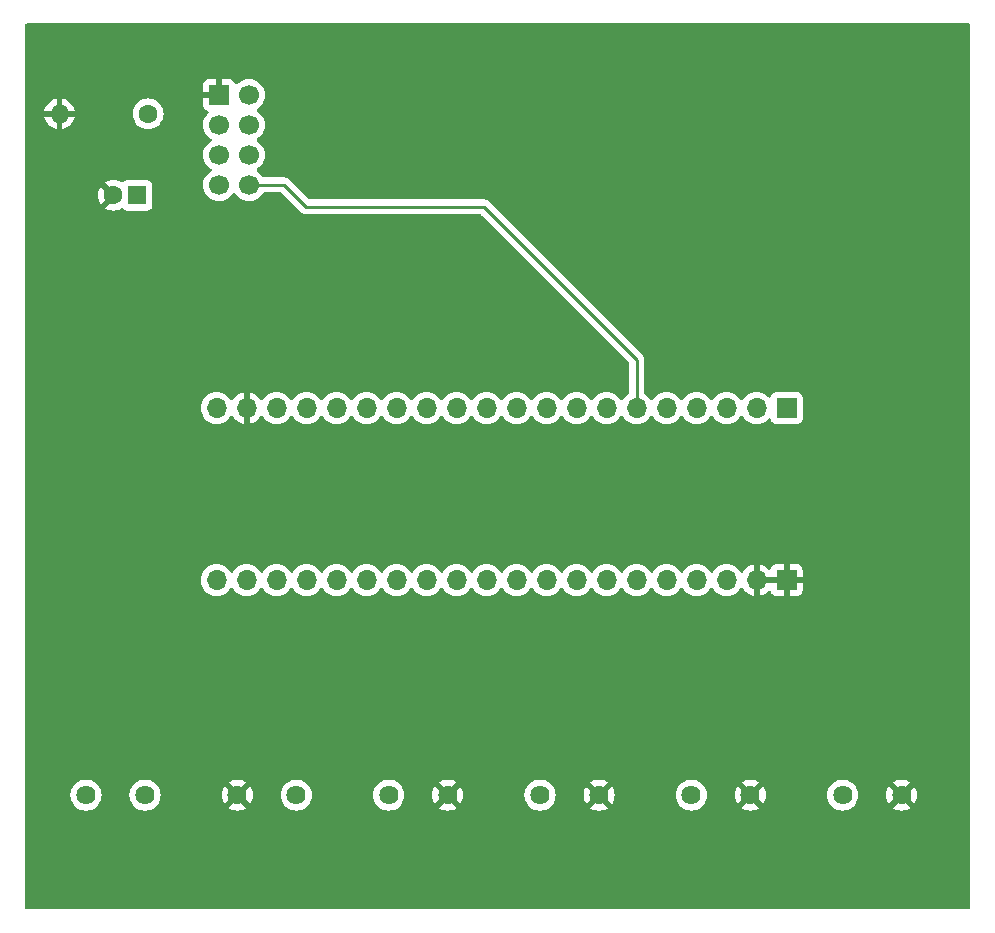
<source format=gbr>
%TF.GenerationSoftware,KiCad,Pcbnew,7.0.9*%
%TF.CreationDate,2024-01-03T00:41:17+02:00*%
%TF.ProjectId,PCB,5043422e-6b69-4636-9164-5f7063625858,rev?*%
%TF.SameCoordinates,Original*%
%TF.FileFunction,Copper,L2,Bot*%
%TF.FilePolarity,Positive*%
%FSLAX46Y46*%
G04 Gerber Fmt 4.6, Leading zero omitted, Abs format (unit mm)*
G04 Created by KiCad (PCBNEW 7.0.9) date 2024-01-03 00:41:17*
%MOMM*%
%LPD*%
G01*
G04 APERTURE LIST*
%TA.AperFunction,ComponentPad*%
%ADD10C,1.625600*%
%TD*%
%TA.AperFunction,ComponentPad*%
%ADD11C,1.600000*%
%TD*%
%TA.AperFunction,ComponentPad*%
%ADD12O,1.600000X1.600000*%
%TD*%
%TA.AperFunction,ComponentPad*%
%ADD13O,1.700000X1.700000*%
%TD*%
%TA.AperFunction,ComponentPad*%
%ADD14R,1.700000X1.700000*%
%TD*%
%TA.AperFunction,ComponentPad*%
%ADD15C,1.700000*%
%TD*%
%TA.AperFunction,ComponentPad*%
%ADD16R,1.600000X1.600000*%
%TD*%
%TA.AperFunction,Conductor*%
%ADD17C,0.250000*%
%TD*%
G04 APERTURE END LIST*
D10*
%TO.P,J1,1,1*%
%TO.N,WEAPON*%
X222790000Y-143810000D03*
%TO.P,J1,2,2*%
%TO.N,GND*%
X227790000Y-143810000D03*
%TD*%
%TO.P,J4,1,1*%
%TO.N,+3.3V*%
X158730000Y-143810000D03*
%TO.P,J4,2,2*%
%TO.N,LEFT*%
X163730000Y-143810000D03*
%TD*%
D11*
%TO.P,C1,1*%
%TO.N,+3.3V*%
X163990000Y-86120000D03*
D12*
%TO.P,C1,2*%
%TO.N,GND*%
X156490000Y-86120000D03*
%TD*%
D10*
%TO.P,J5,1,1*%
%TO.N,GND*%
X171545100Y-143810000D03*
%TO.P,J5,2,2*%
%TO.N,+3.3V*%
X176545100Y-143810000D03*
%TD*%
%TO.P,J2,1,1*%
%TO.N,HAND_UP*%
X209980000Y-143810000D03*
%TO.P,J2,2,2*%
%TO.N,GND*%
X214980000Y-143810000D03*
%TD*%
D13*
%TO.P,U1,1,VBAT*%
%TO.N,unconnected-(U1-VBAT-Pad1)*%
X169790000Y-125610000D03*
%TO.P,U1,2,PC13*%
%TO.N,unconnected-(U1-PC13-Pad2)*%
X172330000Y-125610000D03*
%TO.P,U1,3,PC14*%
%TO.N,unconnected-(U1-PC14-Pad3)*%
X174870000Y-125610000D03*
%TO.P,U1,3v,3V3*%
%TO.N,+3.3V*%
X169790000Y-111035000D03*
X212970000Y-125610000D03*
%TO.P,U1,4,PC15*%
%TO.N,unconnected-(U1-PC15-Pad4)*%
X177410000Y-125610000D03*
%TO.P,U1,5v,5V*%
%TO.N,+5V*%
X174870000Y-111035000D03*
%TO.P,U1,7,NRST*%
%TO.N,unconnected-(U1-NRST-Pad7)*%
X210430000Y-125610000D03*
%TO.P,U1,10,PA0*%
%TO.N,LEFT*%
X179950000Y-125610000D03*
%TO.P,U1,11,PA1*%
%TO.N,RIGHT*%
X182490000Y-125610000D03*
%TO.P,U1,12,PA2*%
%TO.N,HAND_DOWN*%
X185030000Y-125610000D03*
%TO.P,U1,13,PA3*%
%TO.N,HAND_UP*%
X187570000Y-125610000D03*
%TO.P,U1,14,PA4*%
%TO.N,WEAPON*%
X190110000Y-125610000D03*
%TO.P,U1,15,PA5*%
%TO.N,unconnected-(U1-PA5-Pad15)*%
X192650000Y-125610000D03*
%TO.P,U1,16,PA6*%
%TO.N,unconnected-(U1-PA6-Pad16)*%
X195190000Y-125610000D03*
%TO.P,U1,17,PA7*%
%TO.N,unconnected-(U1-PA7-Pad17)*%
X197730000Y-125610000D03*
%TO.P,U1,18,PB0*%
%TO.N,unconnected-(U1-PB0-Pad18)*%
X200270000Y-125610000D03*
%TO.P,U1,19,PB1*%
%TO.N,unconnected-(U1-PB1-Pad19)*%
X202810000Y-125610000D03*
%TO.P,U1,21,PB10*%
%TO.N,unconnected-(U1-PB10-Pad21)*%
X205350000Y-125610000D03*
%TO.P,U1,22,PB11*%
%TO.N,unconnected-(U1-PB11-Pad22)*%
X207890000Y-125610000D03*
D14*
%TO.P,U1,25,PB12*%
%TO.N,unconnected-(U1-PB12-Pad25)*%
X218050000Y-111035000D03*
D13*
%TO.P,U1,26,PB13*%
%TO.N,unconnected-(U1-PB13-Pad26)*%
X215510000Y-111035000D03*
%TO.P,U1,27,PB14*%
%TO.N,unconnected-(U1-PB14-Pad27)*%
X212970000Y-111035000D03*
%TO.P,U1,28,PB15*%
%TO.N,unconnected-(U1-PB15-Pad28)*%
X210430000Y-111035000D03*
%TO.P,U1,29,PA8*%
%TO.N,unconnected-(U1-PA8-Pad29)*%
X207890000Y-111035000D03*
%TO.P,U1,30,PA9*%
%TO.N,PA9*%
X205350000Y-111035000D03*
%TO.P,U1,31,PA10*%
%TO.N,PA10*%
X202810000Y-111035000D03*
%TO.P,U1,32,PA11*%
%TO.N,unconnected-(U1-PA11-Pad32)*%
X200270000Y-111035000D03*
%TO.P,U1,33,PA12*%
%TO.N,unconnected-(U1-PA12-Pad33)*%
X197730000Y-111035000D03*
%TO.P,U1,38,PA15*%
%TO.N,PA15*%
X195190000Y-111035000D03*
%TO.P,U1,39,PB3*%
%TO.N,PB3*%
X192650000Y-111035000D03*
%TO.P,U1,40,PB4*%
%TO.N,PB4*%
X190110000Y-111035000D03*
%TO.P,U1,41,PB5*%
%TO.N,PB5*%
X187570000Y-111035000D03*
%TO.P,U1,42,PB6*%
%TO.N,unconnected-(U1-PB6-Pad42)*%
X185030000Y-111035000D03*
%TO.P,U1,43,PB7*%
%TO.N,unconnected-(U1-PB7-Pad43)*%
X182490000Y-111035000D03*
%TO.P,U1,45,PB8*%
%TO.N,unconnected-(U1-PB8-Pad45)*%
X179950000Y-111035000D03*
%TO.P,U1,46,PB9*%
%TO.N,unconnected-(U1-PB9-Pad46)*%
X177410000Y-111035000D03*
%TO.P,U1,G,GND*%
%TO.N,GND*%
X172330000Y-111035000D03*
D14*
X218050000Y-125610000D03*
D13*
X215510000Y-125610000D03*
%TD*%
D14*
%TO.P,U2,1,GND*%
%TO.N,GND*%
X170000000Y-84520000D03*
D15*
%TO.P,U2,2,VCC*%
%TO.N,+3.3V*%
X172540000Y-84520000D03*
%TO.P,U2,3,CE*%
%TO.N,PA10*%
X170000000Y-87060000D03*
%TO.P,U2,4,~{CSN}*%
%TO.N,PA15*%
X172540000Y-87060000D03*
%TO.P,U2,5,SCK*%
%TO.N,PB3*%
X170000000Y-89600000D03*
%TO.P,U2,6,MOSI*%
%TO.N,PB5*%
X172540000Y-89600000D03*
%TO.P,U2,7,MISO*%
%TO.N,PB4*%
X170000000Y-92140000D03*
%TO.P,U2,8,IRQ*%
%TO.N,PA9*%
X172540000Y-92140000D03*
%TD*%
D16*
%TO.P,C2,1*%
%TO.N,+3.3V*%
X163040000Y-93020000D03*
D11*
%TO.P,C2,2*%
%TO.N,GND*%
X161040000Y-93020000D03*
%TD*%
D10*
%TO.P,J6,1,1*%
%TO.N,RIGHT*%
X184360000Y-143810000D03*
%TO.P,J6,2,2*%
%TO.N,GND*%
X189360000Y-143810000D03*
%TD*%
%TO.P,J3,1,1*%
%TO.N,HAND_DOWN*%
X197170000Y-143810000D03*
%TO.P,J3,2,2*%
%TO.N,GND*%
X202170000Y-143810000D03*
%TD*%
D17*
%TO.N,PA9*%
X205350000Y-111035000D02*
X205350000Y-106940000D01*
X205350000Y-106940000D02*
X192410000Y-94000000D01*
X175520000Y-92140000D02*
X172540000Y-92140000D01*
X192410000Y-94000000D02*
X177380000Y-94000000D01*
X177380000Y-94000000D02*
X175520000Y-92140000D01*
%TD*%
%TA.AperFunction,Conductor*%
%TO.N,GND*%
G36*
X217590507Y-125400156D02*
G01*
X217550000Y-125538111D01*
X217550000Y-125681889D01*
X217590507Y-125819844D01*
X217616314Y-125860000D01*
X215943686Y-125860000D01*
X215969493Y-125819844D01*
X216010000Y-125681889D01*
X216010000Y-125538111D01*
X215969493Y-125400156D01*
X215943686Y-125360000D01*
X217616314Y-125360000D01*
X217590507Y-125400156D01*
G37*
%TD.AperFunction*%
%TA.AperFunction,Conductor*%
G36*
X233522539Y-78500185D02*
G01*
X233568294Y-78552989D01*
X233579500Y-78604500D01*
X233579500Y-153355500D01*
X233559815Y-153422539D01*
X233507011Y-153468294D01*
X233455500Y-153479500D01*
X153704500Y-153479500D01*
X153637461Y-153459815D01*
X153591706Y-153407011D01*
X153580500Y-153355500D01*
X153580500Y-143810001D01*
X157411683Y-143810001D01*
X157431710Y-144038917D01*
X157431712Y-144038928D01*
X157491184Y-144260883D01*
X157491186Y-144260887D01*
X157491187Y-144260891D01*
X157588304Y-144469159D01*
X157720111Y-144657398D01*
X157882602Y-144819889D01*
X158070841Y-144951696D01*
X158279109Y-145048813D01*
X158501077Y-145108289D01*
X158664593Y-145122594D01*
X158729998Y-145128317D01*
X158730000Y-145128317D01*
X158730002Y-145128317D01*
X158787230Y-145123310D01*
X158958923Y-145108289D01*
X159180891Y-145048813D01*
X159389159Y-144951696D01*
X159577398Y-144819889D01*
X159739889Y-144657398D01*
X159871696Y-144469159D01*
X159968813Y-144260891D01*
X160028289Y-144038923D01*
X160048317Y-143810001D01*
X162411683Y-143810001D01*
X162431710Y-144038917D01*
X162431712Y-144038928D01*
X162491184Y-144260883D01*
X162491186Y-144260887D01*
X162491187Y-144260891D01*
X162588304Y-144469159D01*
X162720111Y-144657398D01*
X162882602Y-144819889D01*
X163070841Y-144951696D01*
X163279109Y-145048813D01*
X163501077Y-145108289D01*
X163664593Y-145122594D01*
X163729998Y-145128317D01*
X163730000Y-145128317D01*
X163730002Y-145128317D01*
X163787230Y-145123310D01*
X163958923Y-145108289D01*
X164180891Y-145048813D01*
X164389159Y-144951696D01*
X164577398Y-144819889D01*
X164739889Y-144657398D01*
X164871696Y-144469159D01*
X164968813Y-144260891D01*
X165028289Y-144038923D01*
X165048317Y-143810000D01*
X170227285Y-143810000D01*
X170247305Y-144038831D01*
X170247307Y-144038841D01*
X170306756Y-144260711D01*
X170306760Y-144260720D01*
X170403838Y-144468907D01*
X170456883Y-144544662D01*
X171011728Y-143989817D01*
X171013614Y-143998890D01*
X171084285Y-144135279D01*
X171189132Y-144247543D01*
X171320380Y-144327357D01*
X171367963Y-144340689D01*
X170810436Y-144898216D01*
X170886188Y-144951259D01*
X170886196Y-144951263D01*
X171094374Y-145048338D01*
X171094388Y-145048343D01*
X171316258Y-145107792D01*
X171316268Y-145107794D01*
X171545099Y-145127815D01*
X171545101Y-145127815D01*
X171773931Y-145107794D01*
X171773941Y-145107792D01*
X171995811Y-145048343D01*
X171995825Y-145048338D01*
X172204005Y-144951262D01*
X172204009Y-144951260D01*
X172279762Y-144898215D01*
X171723357Y-144341809D01*
X171838173Y-144291939D01*
X171957331Y-144194997D01*
X172045915Y-144069502D01*
X172075345Y-143986692D01*
X172633315Y-144544662D01*
X172686360Y-144468909D01*
X172686362Y-144468905D01*
X172783438Y-144260725D01*
X172783443Y-144260711D01*
X172842892Y-144038841D01*
X172842894Y-144038831D01*
X172862915Y-143810001D01*
X175226783Y-143810001D01*
X175246810Y-144038917D01*
X175246812Y-144038928D01*
X175306284Y-144260883D01*
X175306286Y-144260887D01*
X175306287Y-144260891D01*
X175403404Y-144469159D01*
X175535211Y-144657398D01*
X175697702Y-144819889D01*
X175885941Y-144951696D01*
X176094209Y-145048813D01*
X176316177Y-145108289D01*
X176479693Y-145122594D01*
X176545098Y-145128317D01*
X176545100Y-145128317D01*
X176545102Y-145128317D01*
X176602330Y-145123310D01*
X176774023Y-145108289D01*
X176995991Y-145048813D01*
X177204259Y-144951696D01*
X177392498Y-144819889D01*
X177554989Y-144657398D01*
X177686796Y-144469159D01*
X177783913Y-144260891D01*
X177843389Y-144038923D01*
X177863417Y-143810001D01*
X183041683Y-143810001D01*
X183061710Y-144038917D01*
X183061712Y-144038928D01*
X183121184Y-144260883D01*
X183121186Y-144260887D01*
X183121187Y-144260891D01*
X183218304Y-144469159D01*
X183350111Y-144657398D01*
X183512602Y-144819889D01*
X183700841Y-144951696D01*
X183909109Y-145048813D01*
X184131077Y-145108289D01*
X184294593Y-145122594D01*
X184359998Y-145128317D01*
X184360000Y-145128317D01*
X184360002Y-145128317D01*
X184417230Y-145123310D01*
X184588923Y-145108289D01*
X184810891Y-145048813D01*
X185019159Y-144951696D01*
X185207398Y-144819889D01*
X185369889Y-144657398D01*
X185501696Y-144469159D01*
X185598813Y-144260891D01*
X185658289Y-144038923D01*
X185678317Y-143810000D01*
X188042185Y-143810000D01*
X188062205Y-144038831D01*
X188062207Y-144038841D01*
X188121656Y-144260711D01*
X188121660Y-144260720D01*
X188218738Y-144468907D01*
X188271783Y-144544662D01*
X188826628Y-143989817D01*
X188828514Y-143998890D01*
X188899185Y-144135279D01*
X189004032Y-144247543D01*
X189135280Y-144327357D01*
X189182863Y-144340689D01*
X188625336Y-144898216D01*
X188701088Y-144951259D01*
X188701096Y-144951263D01*
X188909274Y-145048338D01*
X188909288Y-145048343D01*
X189131158Y-145107792D01*
X189131168Y-145107794D01*
X189359999Y-145127815D01*
X189360001Y-145127815D01*
X189588831Y-145107794D01*
X189588841Y-145107792D01*
X189810711Y-145048343D01*
X189810725Y-145048338D01*
X190018905Y-144951262D01*
X190018909Y-144951260D01*
X190094662Y-144898215D01*
X189538257Y-144341809D01*
X189653073Y-144291939D01*
X189772231Y-144194997D01*
X189860815Y-144069502D01*
X189890245Y-143986692D01*
X190448215Y-144544662D01*
X190501260Y-144468909D01*
X190501262Y-144468905D01*
X190598338Y-144260725D01*
X190598343Y-144260711D01*
X190657792Y-144038841D01*
X190657794Y-144038831D01*
X190677815Y-143810001D01*
X195851683Y-143810001D01*
X195871710Y-144038917D01*
X195871712Y-144038928D01*
X195931184Y-144260883D01*
X195931186Y-144260887D01*
X195931187Y-144260891D01*
X196028304Y-144469159D01*
X196160111Y-144657398D01*
X196322602Y-144819889D01*
X196510841Y-144951696D01*
X196719109Y-145048813D01*
X196941077Y-145108289D01*
X197104593Y-145122594D01*
X197169998Y-145128317D01*
X197170000Y-145128317D01*
X197170002Y-145128317D01*
X197227230Y-145123310D01*
X197398923Y-145108289D01*
X197620891Y-145048813D01*
X197829159Y-144951696D01*
X198017398Y-144819889D01*
X198179889Y-144657398D01*
X198311696Y-144469159D01*
X198408813Y-144260891D01*
X198468289Y-144038923D01*
X198488317Y-143810000D01*
X200852185Y-143810000D01*
X200872205Y-144038831D01*
X200872207Y-144038841D01*
X200931656Y-144260711D01*
X200931660Y-144260720D01*
X201028738Y-144468907D01*
X201081783Y-144544662D01*
X201636628Y-143989817D01*
X201638514Y-143998890D01*
X201709185Y-144135279D01*
X201814032Y-144247543D01*
X201945280Y-144327357D01*
X201992863Y-144340689D01*
X201435336Y-144898216D01*
X201511088Y-144951259D01*
X201511096Y-144951263D01*
X201719274Y-145048338D01*
X201719288Y-145048343D01*
X201941158Y-145107792D01*
X201941168Y-145107794D01*
X202169999Y-145127815D01*
X202170001Y-145127815D01*
X202398831Y-145107794D01*
X202398841Y-145107792D01*
X202620711Y-145048343D01*
X202620725Y-145048338D01*
X202828905Y-144951262D01*
X202828909Y-144951260D01*
X202904662Y-144898215D01*
X202348257Y-144341809D01*
X202463073Y-144291939D01*
X202582231Y-144194997D01*
X202670815Y-144069502D01*
X202700245Y-143986692D01*
X203258215Y-144544662D01*
X203311260Y-144468909D01*
X203311262Y-144468905D01*
X203408338Y-144260725D01*
X203408343Y-144260711D01*
X203467792Y-144038841D01*
X203467794Y-144038831D01*
X203487815Y-143810001D01*
X208661683Y-143810001D01*
X208681710Y-144038917D01*
X208681712Y-144038928D01*
X208741184Y-144260883D01*
X208741186Y-144260887D01*
X208741187Y-144260891D01*
X208838304Y-144469159D01*
X208970111Y-144657398D01*
X209132602Y-144819889D01*
X209320841Y-144951696D01*
X209529109Y-145048813D01*
X209751077Y-145108289D01*
X209914593Y-145122594D01*
X209979998Y-145128317D01*
X209980000Y-145128317D01*
X209980002Y-145128317D01*
X210037230Y-145123310D01*
X210208923Y-145108289D01*
X210430891Y-145048813D01*
X210639159Y-144951696D01*
X210827398Y-144819889D01*
X210989889Y-144657398D01*
X211121696Y-144469159D01*
X211218813Y-144260891D01*
X211278289Y-144038923D01*
X211298317Y-143810000D01*
X213662185Y-143810000D01*
X213682205Y-144038831D01*
X213682207Y-144038841D01*
X213741656Y-144260711D01*
X213741660Y-144260720D01*
X213838738Y-144468907D01*
X213891783Y-144544662D01*
X214446628Y-143989817D01*
X214448514Y-143998890D01*
X214519185Y-144135279D01*
X214624032Y-144247543D01*
X214755280Y-144327357D01*
X214802863Y-144340689D01*
X214245336Y-144898216D01*
X214321088Y-144951259D01*
X214321096Y-144951263D01*
X214529274Y-145048338D01*
X214529288Y-145048343D01*
X214751158Y-145107792D01*
X214751168Y-145107794D01*
X214979999Y-145127815D01*
X214980001Y-145127815D01*
X215208831Y-145107794D01*
X215208841Y-145107792D01*
X215430711Y-145048343D01*
X215430725Y-145048338D01*
X215638905Y-144951262D01*
X215638909Y-144951260D01*
X215714662Y-144898215D01*
X215158257Y-144341809D01*
X215273073Y-144291939D01*
X215392231Y-144194997D01*
X215480815Y-144069502D01*
X215510245Y-143986692D01*
X216068215Y-144544662D01*
X216121260Y-144468909D01*
X216121262Y-144468905D01*
X216218338Y-144260725D01*
X216218343Y-144260711D01*
X216277792Y-144038841D01*
X216277794Y-144038831D01*
X216297815Y-143810001D01*
X221471683Y-143810001D01*
X221491710Y-144038917D01*
X221491712Y-144038928D01*
X221551184Y-144260883D01*
X221551186Y-144260887D01*
X221551187Y-144260891D01*
X221648304Y-144469159D01*
X221780111Y-144657398D01*
X221942602Y-144819889D01*
X222130841Y-144951696D01*
X222339109Y-145048813D01*
X222561077Y-145108289D01*
X222724593Y-145122594D01*
X222789998Y-145128317D01*
X222790000Y-145128317D01*
X222790002Y-145128317D01*
X222847230Y-145123310D01*
X223018923Y-145108289D01*
X223240891Y-145048813D01*
X223449159Y-144951696D01*
X223637398Y-144819889D01*
X223799889Y-144657398D01*
X223931696Y-144469159D01*
X224028813Y-144260891D01*
X224088289Y-144038923D01*
X224108317Y-143810000D01*
X226472185Y-143810000D01*
X226492205Y-144038831D01*
X226492207Y-144038841D01*
X226551656Y-144260711D01*
X226551660Y-144260720D01*
X226648738Y-144468907D01*
X226701783Y-144544662D01*
X227256628Y-143989817D01*
X227258514Y-143998890D01*
X227329185Y-144135279D01*
X227434032Y-144247543D01*
X227565280Y-144327357D01*
X227612863Y-144340689D01*
X227055336Y-144898216D01*
X227131088Y-144951259D01*
X227131096Y-144951263D01*
X227339274Y-145048338D01*
X227339288Y-145048343D01*
X227561158Y-145107792D01*
X227561168Y-145107794D01*
X227789999Y-145127815D01*
X227790001Y-145127815D01*
X228018831Y-145107794D01*
X228018841Y-145107792D01*
X228240711Y-145048343D01*
X228240725Y-145048338D01*
X228448905Y-144951262D01*
X228448909Y-144951260D01*
X228524662Y-144898215D01*
X227968257Y-144341809D01*
X228083073Y-144291939D01*
X228202231Y-144194997D01*
X228290815Y-144069502D01*
X228320245Y-143986692D01*
X228878215Y-144544662D01*
X228931260Y-144468909D01*
X228931262Y-144468905D01*
X229028338Y-144260725D01*
X229028343Y-144260711D01*
X229087792Y-144038841D01*
X229087794Y-144038831D01*
X229107815Y-143810000D01*
X229107815Y-143809999D01*
X229087794Y-143581168D01*
X229087792Y-143581158D01*
X229028343Y-143359288D01*
X229028339Y-143359279D01*
X228931262Y-143151095D01*
X228878215Y-143075336D01*
X228323370Y-143630180D01*
X228321486Y-143621110D01*
X228250815Y-143484721D01*
X228145968Y-143372457D01*
X228014720Y-143292643D01*
X227967135Y-143279310D01*
X228524662Y-142721783D01*
X228448907Y-142668738D01*
X228240720Y-142571660D01*
X228240711Y-142571656D01*
X228018841Y-142512207D01*
X228018831Y-142512205D01*
X227790001Y-142492185D01*
X227789999Y-142492185D01*
X227561168Y-142512205D01*
X227561158Y-142512207D01*
X227339288Y-142571656D01*
X227339279Y-142571660D01*
X227131089Y-142668741D01*
X227055337Y-142721782D01*
X227055336Y-142721783D01*
X227611743Y-143278189D01*
X227496927Y-143328061D01*
X227377769Y-143425003D01*
X227289185Y-143550498D01*
X227259754Y-143633307D01*
X226701783Y-143075336D01*
X226701782Y-143075337D01*
X226648741Y-143151089D01*
X226551660Y-143359279D01*
X226551656Y-143359288D01*
X226492207Y-143581158D01*
X226492205Y-143581168D01*
X226472185Y-143809999D01*
X226472185Y-143810000D01*
X224108317Y-143810000D01*
X224088289Y-143581077D01*
X224028813Y-143359109D01*
X223931696Y-143150842D01*
X223799889Y-142962602D01*
X223637398Y-142800111D01*
X223449159Y-142668304D01*
X223240891Y-142571187D01*
X223240887Y-142571186D01*
X223240883Y-142571184D01*
X223018928Y-142511712D01*
X223018924Y-142511711D01*
X223018923Y-142511711D01*
X223018922Y-142511710D01*
X223018917Y-142511710D01*
X222790002Y-142491683D01*
X222789998Y-142491683D01*
X222561082Y-142511710D01*
X222561071Y-142511712D01*
X222339116Y-142571184D01*
X222339107Y-142571188D01*
X222130842Y-142668303D01*
X222130840Y-142668304D01*
X221942606Y-142800107D01*
X221942600Y-142800112D01*
X221780112Y-142962600D01*
X221780107Y-142962606D01*
X221648304Y-143150840D01*
X221648303Y-143150842D01*
X221551188Y-143359107D01*
X221551184Y-143359116D01*
X221491712Y-143581071D01*
X221491710Y-143581082D01*
X221471683Y-143809998D01*
X221471683Y-143810001D01*
X216297815Y-143810001D01*
X216297815Y-143810000D01*
X216297815Y-143809999D01*
X216277794Y-143581168D01*
X216277792Y-143581158D01*
X216218343Y-143359288D01*
X216218339Y-143359279D01*
X216121262Y-143151095D01*
X216068215Y-143075336D01*
X215513370Y-143630180D01*
X215511486Y-143621110D01*
X215440815Y-143484721D01*
X215335968Y-143372457D01*
X215204720Y-143292643D01*
X215157135Y-143279310D01*
X215714662Y-142721783D01*
X215638907Y-142668738D01*
X215430720Y-142571660D01*
X215430711Y-142571656D01*
X215208841Y-142512207D01*
X215208831Y-142512205D01*
X214980001Y-142492185D01*
X214979999Y-142492185D01*
X214751168Y-142512205D01*
X214751158Y-142512207D01*
X214529288Y-142571656D01*
X214529279Y-142571660D01*
X214321089Y-142668741D01*
X214245337Y-142721782D01*
X214245336Y-142721783D01*
X214801743Y-143278189D01*
X214686927Y-143328061D01*
X214567769Y-143425003D01*
X214479185Y-143550498D01*
X214449754Y-143633307D01*
X213891783Y-143075336D01*
X213891782Y-143075337D01*
X213838741Y-143151089D01*
X213741660Y-143359279D01*
X213741656Y-143359288D01*
X213682207Y-143581158D01*
X213682205Y-143581168D01*
X213662185Y-143809999D01*
X213662185Y-143810000D01*
X211298317Y-143810000D01*
X211278289Y-143581077D01*
X211218813Y-143359109D01*
X211121696Y-143150842D01*
X210989889Y-142962602D01*
X210827398Y-142800111D01*
X210639159Y-142668304D01*
X210430891Y-142571187D01*
X210430887Y-142571186D01*
X210430883Y-142571184D01*
X210208928Y-142511712D01*
X210208924Y-142511711D01*
X210208923Y-142511711D01*
X210208922Y-142511710D01*
X210208917Y-142511710D01*
X209980002Y-142491683D01*
X209979998Y-142491683D01*
X209751082Y-142511710D01*
X209751071Y-142511712D01*
X209529116Y-142571184D01*
X209529107Y-142571188D01*
X209320842Y-142668303D01*
X209320840Y-142668304D01*
X209132606Y-142800107D01*
X209132600Y-142800112D01*
X208970112Y-142962600D01*
X208970107Y-142962606D01*
X208838304Y-143150840D01*
X208838303Y-143150842D01*
X208741188Y-143359107D01*
X208741184Y-143359116D01*
X208681712Y-143581071D01*
X208681710Y-143581082D01*
X208661683Y-143809998D01*
X208661683Y-143810001D01*
X203487815Y-143810001D01*
X203487815Y-143810000D01*
X203487815Y-143809999D01*
X203467794Y-143581168D01*
X203467792Y-143581158D01*
X203408343Y-143359288D01*
X203408339Y-143359279D01*
X203311262Y-143151095D01*
X203258215Y-143075336D01*
X202703370Y-143630180D01*
X202701486Y-143621110D01*
X202630815Y-143484721D01*
X202525968Y-143372457D01*
X202394720Y-143292643D01*
X202347135Y-143279310D01*
X202904662Y-142721783D01*
X202828907Y-142668738D01*
X202620720Y-142571660D01*
X202620711Y-142571656D01*
X202398841Y-142512207D01*
X202398831Y-142512205D01*
X202170001Y-142492185D01*
X202169999Y-142492185D01*
X201941168Y-142512205D01*
X201941158Y-142512207D01*
X201719288Y-142571656D01*
X201719279Y-142571660D01*
X201511089Y-142668741D01*
X201435337Y-142721782D01*
X201435336Y-142721783D01*
X201991743Y-143278189D01*
X201876927Y-143328061D01*
X201757769Y-143425003D01*
X201669185Y-143550498D01*
X201639754Y-143633307D01*
X201081783Y-143075336D01*
X201081782Y-143075337D01*
X201028741Y-143151089D01*
X200931660Y-143359279D01*
X200931656Y-143359288D01*
X200872207Y-143581158D01*
X200872205Y-143581168D01*
X200852185Y-143809999D01*
X200852185Y-143810000D01*
X198488317Y-143810000D01*
X198468289Y-143581077D01*
X198408813Y-143359109D01*
X198311696Y-143150842D01*
X198179889Y-142962602D01*
X198017398Y-142800111D01*
X197829159Y-142668304D01*
X197620891Y-142571187D01*
X197620887Y-142571186D01*
X197620883Y-142571184D01*
X197398928Y-142511712D01*
X197398924Y-142511711D01*
X197398923Y-142511711D01*
X197398922Y-142511710D01*
X197398917Y-142511710D01*
X197170002Y-142491683D01*
X197169998Y-142491683D01*
X196941082Y-142511710D01*
X196941071Y-142511712D01*
X196719116Y-142571184D01*
X196719107Y-142571188D01*
X196510842Y-142668303D01*
X196510840Y-142668304D01*
X196322606Y-142800107D01*
X196322600Y-142800112D01*
X196160112Y-142962600D01*
X196160107Y-142962606D01*
X196028304Y-143150840D01*
X196028303Y-143150842D01*
X195931188Y-143359107D01*
X195931184Y-143359116D01*
X195871712Y-143581071D01*
X195871710Y-143581082D01*
X195851683Y-143809998D01*
X195851683Y-143810001D01*
X190677815Y-143810001D01*
X190677815Y-143810000D01*
X190677815Y-143809999D01*
X190657794Y-143581168D01*
X190657792Y-143581158D01*
X190598343Y-143359288D01*
X190598339Y-143359279D01*
X190501262Y-143151095D01*
X190448215Y-143075336D01*
X189893370Y-143630180D01*
X189891486Y-143621110D01*
X189820815Y-143484721D01*
X189715968Y-143372457D01*
X189584720Y-143292643D01*
X189537135Y-143279310D01*
X190094662Y-142721783D01*
X190018907Y-142668738D01*
X189810720Y-142571660D01*
X189810711Y-142571656D01*
X189588841Y-142512207D01*
X189588831Y-142512205D01*
X189360001Y-142492185D01*
X189359999Y-142492185D01*
X189131168Y-142512205D01*
X189131158Y-142512207D01*
X188909288Y-142571656D01*
X188909279Y-142571660D01*
X188701089Y-142668741D01*
X188625337Y-142721782D01*
X188625336Y-142721783D01*
X189181743Y-143278189D01*
X189066927Y-143328061D01*
X188947769Y-143425003D01*
X188859185Y-143550498D01*
X188829754Y-143633307D01*
X188271783Y-143075336D01*
X188271782Y-143075337D01*
X188218741Y-143151089D01*
X188121660Y-143359279D01*
X188121656Y-143359288D01*
X188062207Y-143581158D01*
X188062205Y-143581168D01*
X188042185Y-143809999D01*
X188042185Y-143810000D01*
X185678317Y-143810000D01*
X185658289Y-143581077D01*
X185598813Y-143359109D01*
X185501696Y-143150842D01*
X185369889Y-142962602D01*
X185207398Y-142800111D01*
X185019159Y-142668304D01*
X184810891Y-142571187D01*
X184810887Y-142571186D01*
X184810883Y-142571184D01*
X184588928Y-142511712D01*
X184588924Y-142511711D01*
X184588923Y-142511711D01*
X184588922Y-142511710D01*
X184588917Y-142511710D01*
X184360002Y-142491683D01*
X184359998Y-142491683D01*
X184131082Y-142511710D01*
X184131071Y-142511712D01*
X183909116Y-142571184D01*
X183909107Y-142571188D01*
X183700842Y-142668303D01*
X183700840Y-142668304D01*
X183512606Y-142800107D01*
X183512600Y-142800112D01*
X183350112Y-142962600D01*
X183350107Y-142962606D01*
X183218304Y-143150840D01*
X183218303Y-143150842D01*
X183121188Y-143359107D01*
X183121184Y-143359116D01*
X183061712Y-143581071D01*
X183061710Y-143581082D01*
X183041683Y-143809998D01*
X183041683Y-143810001D01*
X177863417Y-143810001D01*
X177863417Y-143810000D01*
X177843389Y-143581077D01*
X177783913Y-143359109D01*
X177686796Y-143150842D01*
X177554989Y-142962602D01*
X177392498Y-142800111D01*
X177204259Y-142668304D01*
X176995991Y-142571187D01*
X176995987Y-142571186D01*
X176995983Y-142571184D01*
X176774028Y-142511712D01*
X176774024Y-142511711D01*
X176774023Y-142511711D01*
X176774022Y-142511710D01*
X176774017Y-142511710D01*
X176545102Y-142491683D01*
X176545098Y-142491683D01*
X176316182Y-142511710D01*
X176316171Y-142511712D01*
X176094216Y-142571184D01*
X176094207Y-142571188D01*
X175885942Y-142668303D01*
X175885940Y-142668304D01*
X175697706Y-142800107D01*
X175697700Y-142800112D01*
X175535212Y-142962600D01*
X175535207Y-142962606D01*
X175403404Y-143150840D01*
X175403403Y-143150842D01*
X175306288Y-143359107D01*
X175306284Y-143359116D01*
X175246812Y-143581071D01*
X175246810Y-143581082D01*
X175226783Y-143809998D01*
X175226783Y-143810001D01*
X172862915Y-143810001D01*
X172862915Y-143810000D01*
X172862915Y-143809999D01*
X172842894Y-143581168D01*
X172842892Y-143581158D01*
X172783443Y-143359288D01*
X172783439Y-143359279D01*
X172686362Y-143151095D01*
X172633315Y-143075336D01*
X172078470Y-143630180D01*
X172076586Y-143621110D01*
X172005915Y-143484721D01*
X171901068Y-143372457D01*
X171769820Y-143292643D01*
X171722235Y-143279310D01*
X172279762Y-142721783D01*
X172204007Y-142668738D01*
X171995820Y-142571660D01*
X171995811Y-142571656D01*
X171773941Y-142512207D01*
X171773931Y-142512205D01*
X171545101Y-142492185D01*
X171545099Y-142492185D01*
X171316268Y-142512205D01*
X171316258Y-142512207D01*
X171094388Y-142571656D01*
X171094379Y-142571660D01*
X170886189Y-142668741D01*
X170810437Y-142721782D01*
X170810436Y-142721783D01*
X171366843Y-143278189D01*
X171252027Y-143328061D01*
X171132869Y-143425003D01*
X171044285Y-143550498D01*
X171014854Y-143633307D01*
X170456883Y-143075336D01*
X170456882Y-143075337D01*
X170403841Y-143151089D01*
X170306760Y-143359279D01*
X170306756Y-143359288D01*
X170247307Y-143581158D01*
X170247305Y-143581168D01*
X170227285Y-143809999D01*
X170227285Y-143810000D01*
X165048317Y-143810000D01*
X165028289Y-143581077D01*
X164968813Y-143359109D01*
X164871696Y-143150842D01*
X164739889Y-142962602D01*
X164577398Y-142800111D01*
X164389159Y-142668304D01*
X164180891Y-142571187D01*
X164180887Y-142571186D01*
X164180883Y-142571184D01*
X163958928Y-142511712D01*
X163958924Y-142511711D01*
X163958923Y-142511711D01*
X163958922Y-142511710D01*
X163958917Y-142511710D01*
X163730002Y-142491683D01*
X163729998Y-142491683D01*
X163501082Y-142511710D01*
X163501071Y-142511712D01*
X163279116Y-142571184D01*
X163279107Y-142571188D01*
X163070842Y-142668303D01*
X163070840Y-142668304D01*
X162882606Y-142800107D01*
X162882600Y-142800112D01*
X162720112Y-142962600D01*
X162720107Y-142962606D01*
X162588304Y-143150840D01*
X162588303Y-143150842D01*
X162491188Y-143359107D01*
X162491184Y-143359116D01*
X162431712Y-143581071D01*
X162431710Y-143581082D01*
X162411683Y-143809998D01*
X162411683Y-143810001D01*
X160048317Y-143810001D01*
X160048317Y-143810000D01*
X160028289Y-143581077D01*
X159968813Y-143359109D01*
X159871696Y-143150842D01*
X159739889Y-142962602D01*
X159577398Y-142800111D01*
X159389159Y-142668304D01*
X159180891Y-142571187D01*
X159180887Y-142571186D01*
X159180883Y-142571184D01*
X158958928Y-142511712D01*
X158958924Y-142511711D01*
X158958923Y-142511711D01*
X158958922Y-142511710D01*
X158958917Y-142511710D01*
X158730002Y-142491683D01*
X158729998Y-142491683D01*
X158501082Y-142511710D01*
X158501071Y-142511712D01*
X158279116Y-142571184D01*
X158279107Y-142571188D01*
X158070842Y-142668303D01*
X158070840Y-142668304D01*
X157882606Y-142800107D01*
X157882600Y-142800112D01*
X157720112Y-142962600D01*
X157720107Y-142962606D01*
X157588304Y-143150840D01*
X157588303Y-143150842D01*
X157491188Y-143359107D01*
X157491184Y-143359116D01*
X157431712Y-143581071D01*
X157431710Y-143581082D01*
X157411683Y-143809998D01*
X157411683Y-143810001D01*
X153580500Y-143810001D01*
X153580500Y-125610000D01*
X168434341Y-125610000D01*
X168454936Y-125845403D01*
X168454938Y-125845413D01*
X168516094Y-126073655D01*
X168516096Y-126073659D01*
X168516097Y-126073663D01*
X168596004Y-126245023D01*
X168615965Y-126287830D01*
X168615967Y-126287834D01*
X168724281Y-126442521D01*
X168751505Y-126481401D01*
X168918599Y-126648495D01*
X168995135Y-126702086D01*
X169112165Y-126784032D01*
X169112167Y-126784033D01*
X169112170Y-126784035D01*
X169326337Y-126883903D01*
X169554592Y-126945063D01*
X169725319Y-126960000D01*
X169789999Y-126965659D01*
X169790000Y-126965659D01*
X169790001Y-126965659D01*
X169854681Y-126960000D01*
X170025408Y-126945063D01*
X170253663Y-126883903D01*
X170467830Y-126784035D01*
X170661401Y-126648495D01*
X170828495Y-126481401D01*
X170958425Y-126295842D01*
X171013002Y-126252217D01*
X171082500Y-126245023D01*
X171144855Y-126276546D01*
X171161575Y-126295842D01*
X171291500Y-126481395D01*
X171291505Y-126481401D01*
X171458599Y-126648495D01*
X171535135Y-126702086D01*
X171652165Y-126784032D01*
X171652167Y-126784033D01*
X171652170Y-126784035D01*
X171866337Y-126883903D01*
X172094592Y-126945063D01*
X172265319Y-126960000D01*
X172329999Y-126965659D01*
X172330000Y-126965659D01*
X172330001Y-126965659D01*
X172394681Y-126960000D01*
X172565408Y-126945063D01*
X172793663Y-126883903D01*
X173007830Y-126784035D01*
X173201401Y-126648495D01*
X173368495Y-126481401D01*
X173498425Y-126295842D01*
X173553002Y-126252217D01*
X173622500Y-126245023D01*
X173684855Y-126276546D01*
X173701575Y-126295842D01*
X173831500Y-126481395D01*
X173831505Y-126481401D01*
X173998599Y-126648495D01*
X174075135Y-126702086D01*
X174192165Y-126784032D01*
X174192167Y-126784033D01*
X174192170Y-126784035D01*
X174406337Y-126883903D01*
X174634592Y-126945063D01*
X174805319Y-126960000D01*
X174869999Y-126965659D01*
X174870000Y-126965659D01*
X174870001Y-126965659D01*
X174934681Y-126960000D01*
X175105408Y-126945063D01*
X175333663Y-126883903D01*
X175547830Y-126784035D01*
X175741401Y-126648495D01*
X175908495Y-126481401D01*
X176038425Y-126295842D01*
X176093002Y-126252217D01*
X176162500Y-126245023D01*
X176224855Y-126276546D01*
X176241575Y-126295842D01*
X176371500Y-126481395D01*
X176371505Y-126481401D01*
X176538599Y-126648495D01*
X176615135Y-126702086D01*
X176732165Y-126784032D01*
X176732167Y-126784033D01*
X176732170Y-126784035D01*
X176946337Y-126883903D01*
X177174592Y-126945063D01*
X177345319Y-126960000D01*
X177409999Y-126965659D01*
X177410000Y-126965659D01*
X177410001Y-126965659D01*
X177474681Y-126960000D01*
X177645408Y-126945063D01*
X177873663Y-126883903D01*
X178087830Y-126784035D01*
X178281401Y-126648495D01*
X178448495Y-126481401D01*
X178578425Y-126295842D01*
X178633002Y-126252217D01*
X178702500Y-126245023D01*
X178764855Y-126276546D01*
X178781575Y-126295842D01*
X178911500Y-126481395D01*
X178911505Y-126481401D01*
X179078599Y-126648495D01*
X179155135Y-126702086D01*
X179272165Y-126784032D01*
X179272167Y-126784033D01*
X179272170Y-126784035D01*
X179486337Y-126883903D01*
X179714592Y-126945063D01*
X179885319Y-126960000D01*
X179949999Y-126965659D01*
X179950000Y-126965659D01*
X179950001Y-126965659D01*
X180014681Y-126960000D01*
X180185408Y-126945063D01*
X180413663Y-126883903D01*
X180627830Y-126784035D01*
X180821401Y-126648495D01*
X180988495Y-126481401D01*
X181118425Y-126295842D01*
X181173002Y-126252217D01*
X181242500Y-126245023D01*
X181304855Y-126276546D01*
X181321575Y-126295842D01*
X181451500Y-126481395D01*
X181451505Y-126481401D01*
X181618599Y-126648495D01*
X181695135Y-126702086D01*
X181812165Y-126784032D01*
X181812167Y-126784033D01*
X181812170Y-126784035D01*
X182026337Y-126883903D01*
X182254592Y-126945063D01*
X182425319Y-126960000D01*
X182489999Y-126965659D01*
X182490000Y-126965659D01*
X182490001Y-126965659D01*
X182554681Y-126960000D01*
X182725408Y-126945063D01*
X182953663Y-126883903D01*
X183167830Y-126784035D01*
X183361401Y-126648495D01*
X183528495Y-126481401D01*
X183658425Y-126295842D01*
X183713002Y-126252217D01*
X183782500Y-126245023D01*
X183844855Y-126276546D01*
X183861575Y-126295842D01*
X183991500Y-126481395D01*
X183991505Y-126481401D01*
X184158599Y-126648495D01*
X184235135Y-126702086D01*
X184352165Y-126784032D01*
X184352167Y-126784033D01*
X184352170Y-126784035D01*
X184566337Y-126883903D01*
X184794592Y-126945063D01*
X184965319Y-126960000D01*
X185029999Y-126965659D01*
X185030000Y-126965659D01*
X185030001Y-126965659D01*
X185094681Y-126960000D01*
X185265408Y-126945063D01*
X185493663Y-126883903D01*
X185707830Y-126784035D01*
X185901401Y-126648495D01*
X186068495Y-126481401D01*
X186198425Y-126295842D01*
X186253002Y-126252217D01*
X186322500Y-126245023D01*
X186384855Y-126276546D01*
X186401575Y-126295842D01*
X186531500Y-126481395D01*
X186531505Y-126481401D01*
X186698599Y-126648495D01*
X186775135Y-126702086D01*
X186892165Y-126784032D01*
X186892167Y-126784033D01*
X186892170Y-126784035D01*
X187106337Y-126883903D01*
X187334592Y-126945063D01*
X187505319Y-126960000D01*
X187569999Y-126965659D01*
X187570000Y-126965659D01*
X187570001Y-126965659D01*
X187634681Y-126960000D01*
X187805408Y-126945063D01*
X188033663Y-126883903D01*
X188247830Y-126784035D01*
X188441401Y-126648495D01*
X188608495Y-126481401D01*
X188738425Y-126295842D01*
X188793002Y-126252217D01*
X188862500Y-126245023D01*
X188924855Y-126276546D01*
X188941575Y-126295842D01*
X189071500Y-126481395D01*
X189071505Y-126481401D01*
X189238599Y-126648495D01*
X189315135Y-126702086D01*
X189432165Y-126784032D01*
X189432167Y-126784033D01*
X189432170Y-126784035D01*
X189646337Y-126883903D01*
X189874592Y-126945063D01*
X190045319Y-126960000D01*
X190109999Y-126965659D01*
X190110000Y-126965659D01*
X190110001Y-126965659D01*
X190174681Y-126960000D01*
X190345408Y-126945063D01*
X190573663Y-126883903D01*
X190787830Y-126784035D01*
X190981401Y-126648495D01*
X191148495Y-126481401D01*
X191278425Y-126295842D01*
X191333002Y-126252217D01*
X191402500Y-126245023D01*
X191464855Y-126276546D01*
X191481575Y-126295842D01*
X191611500Y-126481395D01*
X191611505Y-126481401D01*
X191778599Y-126648495D01*
X191855135Y-126702086D01*
X191972165Y-126784032D01*
X191972167Y-126784033D01*
X191972170Y-126784035D01*
X192186337Y-126883903D01*
X192414592Y-126945063D01*
X192585319Y-126960000D01*
X192649999Y-126965659D01*
X192650000Y-126965659D01*
X192650001Y-126965659D01*
X192714681Y-126960000D01*
X192885408Y-126945063D01*
X193113663Y-126883903D01*
X193327830Y-126784035D01*
X193521401Y-126648495D01*
X193688495Y-126481401D01*
X193818425Y-126295842D01*
X193873002Y-126252217D01*
X193942500Y-126245023D01*
X194004855Y-126276546D01*
X194021575Y-126295842D01*
X194151500Y-126481395D01*
X194151505Y-126481401D01*
X194318599Y-126648495D01*
X194395135Y-126702086D01*
X194512165Y-126784032D01*
X194512167Y-126784033D01*
X194512170Y-126784035D01*
X194726337Y-126883903D01*
X194954592Y-126945063D01*
X195125319Y-126960000D01*
X195189999Y-126965659D01*
X195190000Y-126965659D01*
X195190001Y-126965659D01*
X195254681Y-126960000D01*
X195425408Y-126945063D01*
X195653663Y-126883903D01*
X195867830Y-126784035D01*
X196061401Y-126648495D01*
X196228495Y-126481401D01*
X196358425Y-126295842D01*
X196413002Y-126252217D01*
X196482500Y-126245023D01*
X196544855Y-126276546D01*
X196561575Y-126295842D01*
X196691500Y-126481395D01*
X196691505Y-126481401D01*
X196858599Y-126648495D01*
X196935135Y-126702086D01*
X197052165Y-126784032D01*
X197052167Y-126784033D01*
X197052170Y-126784035D01*
X197266337Y-126883903D01*
X197494592Y-126945063D01*
X197665319Y-126960000D01*
X197729999Y-126965659D01*
X197730000Y-126965659D01*
X197730001Y-126965659D01*
X197794681Y-126960000D01*
X197965408Y-126945063D01*
X198193663Y-126883903D01*
X198407830Y-126784035D01*
X198601401Y-126648495D01*
X198768495Y-126481401D01*
X198898425Y-126295842D01*
X198953002Y-126252217D01*
X199022500Y-126245023D01*
X199084855Y-126276546D01*
X199101575Y-126295842D01*
X199231500Y-126481395D01*
X199231505Y-126481401D01*
X199398599Y-126648495D01*
X199475135Y-126702086D01*
X199592165Y-126784032D01*
X199592167Y-126784033D01*
X199592170Y-126784035D01*
X199806337Y-126883903D01*
X200034592Y-126945063D01*
X200205319Y-126960000D01*
X200269999Y-126965659D01*
X200270000Y-126965659D01*
X200270001Y-126965659D01*
X200334681Y-126960000D01*
X200505408Y-126945063D01*
X200733663Y-126883903D01*
X200947830Y-126784035D01*
X201141401Y-126648495D01*
X201308495Y-126481401D01*
X201438425Y-126295842D01*
X201493002Y-126252217D01*
X201562500Y-126245023D01*
X201624855Y-126276546D01*
X201641575Y-126295842D01*
X201771500Y-126481395D01*
X201771505Y-126481401D01*
X201938599Y-126648495D01*
X202015135Y-126702086D01*
X202132165Y-126784032D01*
X202132167Y-126784033D01*
X202132170Y-126784035D01*
X202346337Y-126883903D01*
X202574592Y-126945063D01*
X202745319Y-126960000D01*
X202809999Y-126965659D01*
X202810000Y-126965659D01*
X202810001Y-126965659D01*
X202874681Y-126960000D01*
X203045408Y-126945063D01*
X203273663Y-126883903D01*
X203487830Y-126784035D01*
X203681401Y-126648495D01*
X203848495Y-126481401D01*
X203978425Y-126295842D01*
X204033002Y-126252217D01*
X204102500Y-126245023D01*
X204164855Y-126276546D01*
X204181575Y-126295842D01*
X204311500Y-126481395D01*
X204311505Y-126481401D01*
X204478599Y-126648495D01*
X204555135Y-126702086D01*
X204672165Y-126784032D01*
X204672167Y-126784033D01*
X204672170Y-126784035D01*
X204886337Y-126883903D01*
X205114592Y-126945063D01*
X205285319Y-126960000D01*
X205349999Y-126965659D01*
X205350000Y-126965659D01*
X205350001Y-126965659D01*
X205414681Y-126960000D01*
X205585408Y-126945063D01*
X205813663Y-126883903D01*
X206027830Y-126784035D01*
X206221401Y-126648495D01*
X206388495Y-126481401D01*
X206518425Y-126295842D01*
X206573002Y-126252217D01*
X206642500Y-126245023D01*
X206704855Y-126276546D01*
X206721575Y-126295842D01*
X206851500Y-126481395D01*
X206851505Y-126481401D01*
X207018599Y-126648495D01*
X207095135Y-126702086D01*
X207212165Y-126784032D01*
X207212167Y-126784033D01*
X207212170Y-126784035D01*
X207426337Y-126883903D01*
X207654592Y-126945063D01*
X207825319Y-126960000D01*
X207889999Y-126965659D01*
X207890000Y-126965659D01*
X207890001Y-126965659D01*
X207954681Y-126960000D01*
X208125408Y-126945063D01*
X208353663Y-126883903D01*
X208567830Y-126784035D01*
X208761401Y-126648495D01*
X208928495Y-126481401D01*
X209058425Y-126295842D01*
X209113002Y-126252217D01*
X209182500Y-126245023D01*
X209244855Y-126276546D01*
X209261575Y-126295842D01*
X209391500Y-126481395D01*
X209391505Y-126481401D01*
X209558599Y-126648495D01*
X209635135Y-126702086D01*
X209752165Y-126784032D01*
X209752167Y-126784033D01*
X209752170Y-126784035D01*
X209966337Y-126883903D01*
X210194592Y-126945063D01*
X210365319Y-126960000D01*
X210429999Y-126965659D01*
X210430000Y-126965659D01*
X210430001Y-126965659D01*
X210494681Y-126960000D01*
X210665408Y-126945063D01*
X210893663Y-126883903D01*
X211107830Y-126784035D01*
X211301401Y-126648495D01*
X211468495Y-126481401D01*
X211598425Y-126295842D01*
X211653002Y-126252217D01*
X211722500Y-126245023D01*
X211784855Y-126276546D01*
X211801575Y-126295842D01*
X211931500Y-126481395D01*
X211931505Y-126481401D01*
X212098599Y-126648495D01*
X212175135Y-126702086D01*
X212292165Y-126784032D01*
X212292167Y-126784033D01*
X212292170Y-126784035D01*
X212506337Y-126883903D01*
X212734592Y-126945063D01*
X212905319Y-126960000D01*
X212969999Y-126965659D01*
X212970000Y-126965659D01*
X212970001Y-126965659D01*
X213034681Y-126960000D01*
X213205408Y-126945063D01*
X213433663Y-126883903D01*
X213647830Y-126784035D01*
X213841401Y-126648495D01*
X214008495Y-126481401D01*
X214138730Y-126295405D01*
X214193307Y-126251781D01*
X214262805Y-126244587D01*
X214325160Y-126276110D01*
X214341879Y-126295405D01*
X214471890Y-126481078D01*
X214638917Y-126648105D01*
X214832421Y-126783600D01*
X215046507Y-126883429D01*
X215046516Y-126883433D01*
X215260000Y-126940634D01*
X215260000Y-126045501D01*
X215367685Y-126094680D01*
X215474237Y-126110000D01*
X215545763Y-126110000D01*
X215652315Y-126094680D01*
X215760000Y-126045501D01*
X215760000Y-126940633D01*
X215973483Y-126883433D01*
X215973492Y-126883429D01*
X216187578Y-126783600D01*
X216381078Y-126648108D01*
X216503521Y-126525665D01*
X216564844Y-126492180D01*
X216634536Y-126497164D01*
X216690470Y-126539035D01*
X216707385Y-126570013D01*
X216756645Y-126702086D01*
X216756649Y-126702093D01*
X216842809Y-126817187D01*
X216842812Y-126817190D01*
X216957906Y-126903350D01*
X216957913Y-126903354D01*
X217092620Y-126953596D01*
X217092627Y-126953598D01*
X217152155Y-126959999D01*
X217152172Y-126960000D01*
X217800000Y-126960000D01*
X217800000Y-126045501D01*
X217907685Y-126094680D01*
X218014237Y-126110000D01*
X218085763Y-126110000D01*
X218192315Y-126094680D01*
X218300000Y-126045501D01*
X218300000Y-126960000D01*
X218947828Y-126960000D01*
X218947844Y-126959999D01*
X219007372Y-126953598D01*
X219007379Y-126953596D01*
X219142086Y-126903354D01*
X219142093Y-126903350D01*
X219257187Y-126817190D01*
X219257190Y-126817187D01*
X219343350Y-126702093D01*
X219343354Y-126702086D01*
X219393596Y-126567379D01*
X219393598Y-126567372D01*
X219399999Y-126507844D01*
X219400000Y-126507827D01*
X219400000Y-125860000D01*
X218483686Y-125860000D01*
X218509493Y-125819844D01*
X218550000Y-125681889D01*
X218550000Y-125538111D01*
X218509493Y-125400156D01*
X218483686Y-125360000D01*
X219400000Y-125360000D01*
X219400000Y-124712172D01*
X219399999Y-124712155D01*
X219393598Y-124652627D01*
X219393596Y-124652620D01*
X219343354Y-124517913D01*
X219343350Y-124517906D01*
X219257190Y-124402812D01*
X219257187Y-124402809D01*
X219142093Y-124316649D01*
X219142086Y-124316645D01*
X219007379Y-124266403D01*
X219007372Y-124266401D01*
X218947844Y-124260000D01*
X218300000Y-124260000D01*
X218300000Y-125174498D01*
X218192315Y-125125320D01*
X218085763Y-125110000D01*
X218014237Y-125110000D01*
X217907685Y-125125320D01*
X217800000Y-125174498D01*
X217800000Y-124260000D01*
X217152155Y-124260000D01*
X217092627Y-124266401D01*
X217092620Y-124266403D01*
X216957913Y-124316645D01*
X216957906Y-124316649D01*
X216842812Y-124402809D01*
X216842809Y-124402812D01*
X216756649Y-124517906D01*
X216756646Y-124517911D01*
X216707385Y-124649987D01*
X216665513Y-124705920D01*
X216600049Y-124730337D01*
X216531776Y-124715485D01*
X216503522Y-124694334D01*
X216381082Y-124571894D01*
X216187578Y-124436399D01*
X215973492Y-124336570D01*
X215973486Y-124336567D01*
X215760000Y-124279364D01*
X215760000Y-125174498D01*
X215652315Y-125125320D01*
X215545763Y-125110000D01*
X215474237Y-125110000D01*
X215367685Y-125125320D01*
X215260000Y-125174498D01*
X215260000Y-124279364D01*
X215259999Y-124279364D01*
X215046513Y-124336567D01*
X215046507Y-124336570D01*
X214832422Y-124436399D01*
X214832420Y-124436400D01*
X214638926Y-124571886D01*
X214638920Y-124571891D01*
X214471891Y-124738920D01*
X214471890Y-124738922D01*
X214341880Y-124924595D01*
X214287303Y-124968219D01*
X214217804Y-124975412D01*
X214155450Y-124943890D01*
X214138730Y-124924594D01*
X214008494Y-124738597D01*
X213841402Y-124571506D01*
X213841395Y-124571501D01*
X213647834Y-124435967D01*
X213647830Y-124435965D01*
X213576727Y-124402809D01*
X213433663Y-124336097D01*
X213433659Y-124336096D01*
X213433655Y-124336094D01*
X213205413Y-124274938D01*
X213205403Y-124274936D01*
X212970001Y-124254341D01*
X212969999Y-124254341D01*
X212734596Y-124274936D01*
X212734586Y-124274938D01*
X212506344Y-124336094D01*
X212506335Y-124336098D01*
X212292171Y-124435964D01*
X212292169Y-124435965D01*
X212098597Y-124571505D01*
X211931505Y-124738597D01*
X211801575Y-124924158D01*
X211746998Y-124967783D01*
X211677500Y-124974977D01*
X211615145Y-124943454D01*
X211598425Y-124924158D01*
X211468494Y-124738597D01*
X211301402Y-124571506D01*
X211301395Y-124571501D01*
X211107834Y-124435967D01*
X211107830Y-124435965D01*
X211036727Y-124402809D01*
X210893663Y-124336097D01*
X210893659Y-124336096D01*
X210893655Y-124336094D01*
X210665413Y-124274938D01*
X210665403Y-124274936D01*
X210430001Y-124254341D01*
X210429999Y-124254341D01*
X210194596Y-124274936D01*
X210194586Y-124274938D01*
X209966344Y-124336094D01*
X209966335Y-124336098D01*
X209752171Y-124435964D01*
X209752169Y-124435965D01*
X209558597Y-124571505D01*
X209391505Y-124738597D01*
X209261575Y-124924158D01*
X209206998Y-124967783D01*
X209137500Y-124974977D01*
X209075145Y-124943454D01*
X209058425Y-124924158D01*
X208928494Y-124738597D01*
X208761402Y-124571506D01*
X208761395Y-124571501D01*
X208567834Y-124435967D01*
X208567830Y-124435965D01*
X208496727Y-124402809D01*
X208353663Y-124336097D01*
X208353659Y-124336096D01*
X208353655Y-124336094D01*
X208125413Y-124274938D01*
X208125403Y-124274936D01*
X207890001Y-124254341D01*
X207889999Y-124254341D01*
X207654596Y-124274936D01*
X207654586Y-124274938D01*
X207426344Y-124336094D01*
X207426335Y-124336098D01*
X207212171Y-124435964D01*
X207212169Y-124435965D01*
X207018597Y-124571505D01*
X206851505Y-124738597D01*
X206721575Y-124924158D01*
X206666998Y-124967783D01*
X206597500Y-124974977D01*
X206535145Y-124943454D01*
X206518425Y-124924158D01*
X206388494Y-124738597D01*
X206221402Y-124571506D01*
X206221395Y-124571501D01*
X206027834Y-124435967D01*
X206027830Y-124435965D01*
X205956727Y-124402809D01*
X205813663Y-124336097D01*
X205813659Y-124336096D01*
X205813655Y-124336094D01*
X205585413Y-124274938D01*
X205585403Y-124274936D01*
X205350001Y-124254341D01*
X205349999Y-124254341D01*
X205114596Y-124274936D01*
X205114586Y-124274938D01*
X204886344Y-124336094D01*
X204886335Y-124336098D01*
X204672171Y-124435964D01*
X204672169Y-124435965D01*
X204478597Y-124571505D01*
X204311505Y-124738597D01*
X204181575Y-124924158D01*
X204126998Y-124967783D01*
X204057500Y-124974977D01*
X203995145Y-124943454D01*
X203978425Y-124924158D01*
X203848494Y-124738597D01*
X203681402Y-124571506D01*
X203681395Y-124571501D01*
X203487834Y-124435967D01*
X203487830Y-124435965D01*
X203416727Y-124402809D01*
X203273663Y-124336097D01*
X203273659Y-124336096D01*
X203273655Y-124336094D01*
X203045413Y-124274938D01*
X203045403Y-124274936D01*
X202810001Y-124254341D01*
X202809999Y-124254341D01*
X202574596Y-124274936D01*
X202574586Y-124274938D01*
X202346344Y-124336094D01*
X202346335Y-124336098D01*
X202132171Y-124435964D01*
X202132169Y-124435965D01*
X201938597Y-124571505D01*
X201771505Y-124738597D01*
X201641575Y-124924158D01*
X201586998Y-124967783D01*
X201517500Y-124974977D01*
X201455145Y-124943454D01*
X201438425Y-124924158D01*
X201308494Y-124738597D01*
X201141402Y-124571506D01*
X201141395Y-124571501D01*
X200947834Y-124435967D01*
X200947830Y-124435965D01*
X200876727Y-124402809D01*
X200733663Y-124336097D01*
X200733659Y-124336096D01*
X200733655Y-124336094D01*
X200505413Y-124274938D01*
X200505403Y-124274936D01*
X200270001Y-124254341D01*
X200269999Y-124254341D01*
X200034596Y-124274936D01*
X200034586Y-124274938D01*
X199806344Y-124336094D01*
X199806335Y-124336098D01*
X199592171Y-124435964D01*
X199592169Y-124435965D01*
X199398597Y-124571505D01*
X199231505Y-124738597D01*
X199101575Y-124924158D01*
X199046998Y-124967783D01*
X198977500Y-124974977D01*
X198915145Y-124943454D01*
X198898425Y-124924158D01*
X198768494Y-124738597D01*
X198601402Y-124571506D01*
X198601395Y-124571501D01*
X198407834Y-124435967D01*
X198407830Y-124435965D01*
X198336727Y-124402809D01*
X198193663Y-124336097D01*
X198193659Y-124336096D01*
X198193655Y-124336094D01*
X197965413Y-124274938D01*
X197965403Y-124274936D01*
X197730001Y-124254341D01*
X197729999Y-124254341D01*
X197494596Y-124274936D01*
X197494586Y-124274938D01*
X197266344Y-124336094D01*
X197266335Y-124336098D01*
X197052171Y-124435964D01*
X197052169Y-124435965D01*
X196858597Y-124571505D01*
X196691505Y-124738597D01*
X196561575Y-124924158D01*
X196506998Y-124967783D01*
X196437500Y-124974977D01*
X196375145Y-124943454D01*
X196358425Y-124924158D01*
X196228494Y-124738597D01*
X196061402Y-124571506D01*
X196061395Y-124571501D01*
X195867834Y-124435967D01*
X195867830Y-124435965D01*
X195796727Y-124402809D01*
X195653663Y-124336097D01*
X195653659Y-124336096D01*
X195653655Y-124336094D01*
X195425413Y-124274938D01*
X195425403Y-124274936D01*
X195190001Y-124254341D01*
X195189999Y-124254341D01*
X194954596Y-124274936D01*
X194954586Y-124274938D01*
X194726344Y-124336094D01*
X194726335Y-124336098D01*
X194512171Y-124435964D01*
X194512169Y-124435965D01*
X194318597Y-124571505D01*
X194151505Y-124738597D01*
X194021575Y-124924158D01*
X193966998Y-124967783D01*
X193897500Y-124974977D01*
X193835145Y-124943454D01*
X193818425Y-124924158D01*
X193688494Y-124738597D01*
X193521402Y-124571506D01*
X193521395Y-124571501D01*
X193327834Y-124435967D01*
X193327830Y-124435965D01*
X193256727Y-124402809D01*
X193113663Y-124336097D01*
X193113659Y-124336096D01*
X193113655Y-124336094D01*
X192885413Y-124274938D01*
X192885403Y-124274936D01*
X192650001Y-124254341D01*
X192649999Y-124254341D01*
X192414596Y-124274936D01*
X192414586Y-124274938D01*
X192186344Y-124336094D01*
X192186335Y-124336098D01*
X191972171Y-124435964D01*
X191972169Y-124435965D01*
X191778597Y-124571505D01*
X191611505Y-124738597D01*
X191481575Y-124924158D01*
X191426998Y-124967783D01*
X191357500Y-124974977D01*
X191295145Y-124943454D01*
X191278425Y-124924158D01*
X191148494Y-124738597D01*
X190981402Y-124571506D01*
X190981395Y-124571501D01*
X190787834Y-124435967D01*
X190787830Y-124435965D01*
X190716727Y-124402809D01*
X190573663Y-124336097D01*
X190573659Y-124336096D01*
X190573655Y-124336094D01*
X190345413Y-124274938D01*
X190345403Y-124274936D01*
X190110001Y-124254341D01*
X190109999Y-124254341D01*
X189874596Y-124274936D01*
X189874586Y-124274938D01*
X189646344Y-124336094D01*
X189646335Y-124336098D01*
X189432171Y-124435964D01*
X189432169Y-124435965D01*
X189238597Y-124571505D01*
X189071505Y-124738597D01*
X188941575Y-124924158D01*
X188886998Y-124967783D01*
X188817500Y-124974977D01*
X188755145Y-124943454D01*
X188738425Y-124924158D01*
X188608494Y-124738597D01*
X188441402Y-124571506D01*
X188441395Y-124571501D01*
X188247834Y-124435967D01*
X188247830Y-124435965D01*
X188176727Y-124402809D01*
X188033663Y-124336097D01*
X188033659Y-124336096D01*
X188033655Y-124336094D01*
X187805413Y-124274938D01*
X187805403Y-124274936D01*
X187570001Y-124254341D01*
X187569999Y-124254341D01*
X187334596Y-124274936D01*
X187334586Y-124274938D01*
X187106344Y-124336094D01*
X187106335Y-124336098D01*
X186892171Y-124435964D01*
X186892169Y-124435965D01*
X186698597Y-124571505D01*
X186531505Y-124738597D01*
X186401575Y-124924158D01*
X186346998Y-124967783D01*
X186277500Y-124974977D01*
X186215145Y-124943454D01*
X186198425Y-124924158D01*
X186068494Y-124738597D01*
X185901402Y-124571506D01*
X185901395Y-124571501D01*
X185707834Y-124435967D01*
X185707830Y-124435965D01*
X185636727Y-124402809D01*
X185493663Y-124336097D01*
X185493659Y-124336096D01*
X185493655Y-124336094D01*
X185265413Y-124274938D01*
X185265403Y-124274936D01*
X185030001Y-124254341D01*
X185029999Y-124254341D01*
X184794596Y-124274936D01*
X184794586Y-124274938D01*
X184566344Y-124336094D01*
X184566335Y-124336098D01*
X184352171Y-124435964D01*
X184352169Y-124435965D01*
X184158597Y-124571505D01*
X183991505Y-124738597D01*
X183861575Y-124924158D01*
X183806998Y-124967783D01*
X183737500Y-124974977D01*
X183675145Y-124943454D01*
X183658425Y-124924158D01*
X183528494Y-124738597D01*
X183361402Y-124571506D01*
X183361395Y-124571501D01*
X183167834Y-124435967D01*
X183167830Y-124435965D01*
X183096727Y-124402809D01*
X182953663Y-124336097D01*
X182953659Y-124336096D01*
X182953655Y-124336094D01*
X182725413Y-124274938D01*
X182725403Y-124274936D01*
X182490001Y-124254341D01*
X182489999Y-124254341D01*
X182254596Y-124274936D01*
X182254586Y-124274938D01*
X182026344Y-124336094D01*
X182026335Y-124336098D01*
X181812171Y-124435964D01*
X181812169Y-124435965D01*
X181618597Y-124571505D01*
X181451505Y-124738597D01*
X181321575Y-124924158D01*
X181266998Y-124967783D01*
X181197500Y-124974977D01*
X181135145Y-124943454D01*
X181118425Y-124924158D01*
X180988494Y-124738597D01*
X180821402Y-124571506D01*
X180821395Y-124571501D01*
X180627834Y-124435967D01*
X180627830Y-124435965D01*
X180556727Y-124402809D01*
X180413663Y-124336097D01*
X180413659Y-124336096D01*
X180413655Y-124336094D01*
X180185413Y-124274938D01*
X180185403Y-124274936D01*
X179950001Y-124254341D01*
X179949999Y-124254341D01*
X179714596Y-124274936D01*
X179714586Y-124274938D01*
X179486344Y-124336094D01*
X179486335Y-124336098D01*
X179272171Y-124435964D01*
X179272169Y-124435965D01*
X179078597Y-124571505D01*
X178911505Y-124738597D01*
X178781575Y-124924158D01*
X178726998Y-124967783D01*
X178657500Y-124974977D01*
X178595145Y-124943454D01*
X178578425Y-124924158D01*
X178448494Y-124738597D01*
X178281402Y-124571506D01*
X178281395Y-124571501D01*
X178087834Y-124435967D01*
X178087830Y-124435965D01*
X178016727Y-124402809D01*
X177873663Y-124336097D01*
X177873659Y-124336096D01*
X177873655Y-124336094D01*
X177645413Y-124274938D01*
X177645403Y-124274936D01*
X177410001Y-124254341D01*
X177409999Y-124254341D01*
X177174596Y-124274936D01*
X177174586Y-124274938D01*
X176946344Y-124336094D01*
X176946335Y-124336098D01*
X176732171Y-124435964D01*
X176732169Y-124435965D01*
X176538597Y-124571505D01*
X176371505Y-124738597D01*
X176241575Y-124924158D01*
X176186998Y-124967783D01*
X176117500Y-124974977D01*
X176055145Y-124943454D01*
X176038425Y-124924158D01*
X175908494Y-124738597D01*
X175741402Y-124571506D01*
X175741395Y-124571501D01*
X175547834Y-124435967D01*
X175547830Y-124435965D01*
X175476727Y-124402809D01*
X175333663Y-124336097D01*
X175333659Y-124336096D01*
X175333655Y-124336094D01*
X175105413Y-124274938D01*
X175105403Y-124274936D01*
X174870001Y-124254341D01*
X174869999Y-124254341D01*
X174634596Y-124274936D01*
X174634586Y-124274938D01*
X174406344Y-124336094D01*
X174406335Y-124336098D01*
X174192171Y-124435964D01*
X174192169Y-124435965D01*
X173998597Y-124571505D01*
X173831505Y-124738597D01*
X173701575Y-124924158D01*
X173646998Y-124967783D01*
X173577500Y-124974977D01*
X173515145Y-124943454D01*
X173498425Y-124924158D01*
X173368494Y-124738597D01*
X173201402Y-124571506D01*
X173201395Y-124571501D01*
X173007834Y-124435967D01*
X173007830Y-124435965D01*
X172936727Y-124402809D01*
X172793663Y-124336097D01*
X172793659Y-124336096D01*
X172793655Y-124336094D01*
X172565413Y-124274938D01*
X172565403Y-124274936D01*
X172330001Y-124254341D01*
X172329999Y-124254341D01*
X172094596Y-124274936D01*
X172094586Y-124274938D01*
X171866344Y-124336094D01*
X171866335Y-124336098D01*
X171652171Y-124435964D01*
X171652169Y-124435965D01*
X171458597Y-124571505D01*
X171291505Y-124738597D01*
X171161575Y-124924158D01*
X171106998Y-124967783D01*
X171037500Y-124974977D01*
X170975145Y-124943454D01*
X170958425Y-124924158D01*
X170828494Y-124738597D01*
X170661402Y-124571506D01*
X170661395Y-124571501D01*
X170467834Y-124435967D01*
X170467830Y-124435965D01*
X170396727Y-124402809D01*
X170253663Y-124336097D01*
X170253659Y-124336096D01*
X170253655Y-124336094D01*
X170025413Y-124274938D01*
X170025403Y-124274936D01*
X169790001Y-124254341D01*
X169789999Y-124254341D01*
X169554596Y-124274936D01*
X169554586Y-124274938D01*
X169326344Y-124336094D01*
X169326335Y-124336098D01*
X169112171Y-124435964D01*
X169112169Y-124435965D01*
X168918597Y-124571505D01*
X168751505Y-124738597D01*
X168615965Y-124932169D01*
X168615964Y-124932171D01*
X168516098Y-125146335D01*
X168516094Y-125146344D01*
X168454938Y-125374586D01*
X168454936Y-125374596D01*
X168434341Y-125609999D01*
X168434341Y-125610000D01*
X153580500Y-125610000D01*
X153580500Y-111035000D01*
X168434341Y-111035000D01*
X168454936Y-111270403D01*
X168454938Y-111270413D01*
X168516094Y-111498655D01*
X168516096Y-111498659D01*
X168516097Y-111498663D01*
X168595801Y-111669588D01*
X168615965Y-111712830D01*
X168615967Y-111712834D01*
X168724281Y-111867521D01*
X168751505Y-111906401D01*
X168918599Y-112073495D01*
X169015384Y-112141265D01*
X169112165Y-112209032D01*
X169112167Y-112209033D01*
X169112170Y-112209035D01*
X169326337Y-112308903D01*
X169554592Y-112370063D01*
X169731034Y-112385500D01*
X169789999Y-112390659D01*
X169790000Y-112390659D01*
X169790001Y-112390659D01*
X169848966Y-112385500D01*
X170025408Y-112370063D01*
X170253663Y-112308903D01*
X170467830Y-112209035D01*
X170661401Y-112073495D01*
X170828495Y-111906401D01*
X170958730Y-111720405D01*
X171013307Y-111676781D01*
X171082805Y-111669587D01*
X171145160Y-111701110D01*
X171161879Y-111720405D01*
X171291890Y-111906078D01*
X171458917Y-112073105D01*
X171652421Y-112208600D01*
X171866507Y-112308429D01*
X171866516Y-112308433D01*
X172080000Y-112365634D01*
X172080000Y-111470501D01*
X172187685Y-111519680D01*
X172294237Y-111535000D01*
X172365763Y-111535000D01*
X172472315Y-111519680D01*
X172580000Y-111470501D01*
X172580000Y-112365633D01*
X172793483Y-112308433D01*
X172793492Y-112308429D01*
X173007578Y-112208600D01*
X173201082Y-112073105D01*
X173368105Y-111906082D01*
X173498119Y-111720405D01*
X173552696Y-111676781D01*
X173622195Y-111669588D01*
X173684549Y-111701110D01*
X173701269Y-111720405D01*
X173831505Y-111906401D01*
X173998599Y-112073495D01*
X174095384Y-112141265D01*
X174192165Y-112209032D01*
X174192167Y-112209033D01*
X174192170Y-112209035D01*
X174406337Y-112308903D01*
X174634592Y-112370063D01*
X174811034Y-112385500D01*
X174869999Y-112390659D01*
X174870000Y-112390659D01*
X174870001Y-112390659D01*
X174928966Y-112385500D01*
X175105408Y-112370063D01*
X175333663Y-112308903D01*
X175547830Y-112209035D01*
X175741401Y-112073495D01*
X175908495Y-111906401D01*
X176038425Y-111720842D01*
X176093002Y-111677217D01*
X176162500Y-111670023D01*
X176224855Y-111701546D01*
X176241575Y-111720842D01*
X176371500Y-111906395D01*
X176371505Y-111906401D01*
X176538599Y-112073495D01*
X176635384Y-112141265D01*
X176732165Y-112209032D01*
X176732167Y-112209033D01*
X176732170Y-112209035D01*
X176946337Y-112308903D01*
X177174592Y-112370063D01*
X177351034Y-112385500D01*
X177409999Y-112390659D01*
X177410000Y-112390659D01*
X177410001Y-112390659D01*
X177468966Y-112385500D01*
X177645408Y-112370063D01*
X177873663Y-112308903D01*
X178087830Y-112209035D01*
X178281401Y-112073495D01*
X178448495Y-111906401D01*
X178578425Y-111720842D01*
X178633002Y-111677217D01*
X178702500Y-111670023D01*
X178764855Y-111701546D01*
X178781575Y-111720842D01*
X178911500Y-111906395D01*
X178911505Y-111906401D01*
X179078599Y-112073495D01*
X179175384Y-112141265D01*
X179272165Y-112209032D01*
X179272167Y-112209033D01*
X179272170Y-112209035D01*
X179486337Y-112308903D01*
X179714592Y-112370063D01*
X179891034Y-112385500D01*
X179949999Y-112390659D01*
X179950000Y-112390659D01*
X179950001Y-112390659D01*
X180008966Y-112385500D01*
X180185408Y-112370063D01*
X180413663Y-112308903D01*
X180627830Y-112209035D01*
X180821401Y-112073495D01*
X180988495Y-111906401D01*
X181118425Y-111720842D01*
X181173002Y-111677217D01*
X181242500Y-111670023D01*
X181304855Y-111701546D01*
X181321575Y-111720842D01*
X181451500Y-111906395D01*
X181451505Y-111906401D01*
X181618599Y-112073495D01*
X181715384Y-112141265D01*
X181812165Y-112209032D01*
X181812167Y-112209033D01*
X181812170Y-112209035D01*
X182026337Y-112308903D01*
X182254592Y-112370063D01*
X182431034Y-112385500D01*
X182489999Y-112390659D01*
X182490000Y-112390659D01*
X182490001Y-112390659D01*
X182548966Y-112385500D01*
X182725408Y-112370063D01*
X182953663Y-112308903D01*
X183167830Y-112209035D01*
X183361401Y-112073495D01*
X183528495Y-111906401D01*
X183658425Y-111720842D01*
X183713002Y-111677217D01*
X183782500Y-111670023D01*
X183844855Y-111701546D01*
X183861575Y-111720842D01*
X183991500Y-111906395D01*
X183991505Y-111906401D01*
X184158599Y-112073495D01*
X184255384Y-112141265D01*
X184352165Y-112209032D01*
X184352167Y-112209033D01*
X184352170Y-112209035D01*
X184566337Y-112308903D01*
X184794592Y-112370063D01*
X184971034Y-112385500D01*
X185029999Y-112390659D01*
X185030000Y-112390659D01*
X185030001Y-112390659D01*
X185088966Y-112385500D01*
X185265408Y-112370063D01*
X185493663Y-112308903D01*
X185707830Y-112209035D01*
X185901401Y-112073495D01*
X186068495Y-111906401D01*
X186198425Y-111720842D01*
X186253002Y-111677217D01*
X186322500Y-111670023D01*
X186384855Y-111701546D01*
X186401575Y-111720842D01*
X186531500Y-111906395D01*
X186531505Y-111906401D01*
X186698599Y-112073495D01*
X186795384Y-112141265D01*
X186892165Y-112209032D01*
X186892167Y-112209033D01*
X186892170Y-112209035D01*
X187106337Y-112308903D01*
X187334592Y-112370063D01*
X187511034Y-112385500D01*
X187569999Y-112390659D01*
X187570000Y-112390659D01*
X187570001Y-112390659D01*
X187628966Y-112385500D01*
X187805408Y-112370063D01*
X188033663Y-112308903D01*
X188247830Y-112209035D01*
X188441401Y-112073495D01*
X188608495Y-111906401D01*
X188738425Y-111720842D01*
X188793002Y-111677217D01*
X188862500Y-111670023D01*
X188924855Y-111701546D01*
X188941575Y-111720842D01*
X189071500Y-111906395D01*
X189071505Y-111906401D01*
X189238599Y-112073495D01*
X189335384Y-112141265D01*
X189432165Y-112209032D01*
X189432167Y-112209033D01*
X189432170Y-112209035D01*
X189646337Y-112308903D01*
X189874592Y-112370063D01*
X190051034Y-112385500D01*
X190109999Y-112390659D01*
X190110000Y-112390659D01*
X190110001Y-112390659D01*
X190168966Y-112385500D01*
X190345408Y-112370063D01*
X190573663Y-112308903D01*
X190787830Y-112209035D01*
X190981401Y-112073495D01*
X191148495Y-111906401D01*
X191278425Y-111720842D01*
X191333002Y-111677217D01*
X191402500Y-111670023D01*
X191464855Y-111701546D01*
X191481575Y-111720842D01*
X191611500Y-111906395D01*
X191611505Y-111906401D01*
X191778599Y-112073495D01*
X191875384Y-112141265D01*
X191972165Y-112209032D01*
X191972167Y-112209033D01*
X191972170Y-112209035D01*
X192186337Y-112308903D01*
X192414592Y-112370063D01*
X192591034Y-112385500D01*
X192649999Y-112390659D01*
X192650000Y-112390659D01*
X192650001Y-112390659D01*
X192708966Y-112385500D01*
X192885408Y-112370063D01*
X193113663Y-112308903D01*
X193327830Y-112209035D01*
X193521401Y-112073495D01*
X193688495Y-111906401D01*
X193818425Y-111720842D01*
X193873002Y-111677217D01*
X193942500Y-111670023D01*
X194004855Y-111701546D01*
X194021575Y-111720842D01*
X194151500Y-111906395D01*
X194151505Y-111906401D01*
X194318599Y-112073495D01*
X194415384Y-112141265D01*
X194512165Y-112209032D01*
X194512167Y-112209033D01*
X194512170Y-112209035D01*
X194726337Y-112308903D01*
X194954592Y-112370063D01*
X195131034Y-112385500D01*
X195189999Y-112390659D01*
X195190000Y-112390659D01*
X195190001Y-112390659D01*
X195248966Y-112385500D01*
X195425408Y-112370063D01*
X195653663Y-112308903D01*
X195867830Y-112209035D01*
X196061401Y-112073495D01*
X196228495Y-111906401D01*
X196358425Y-111720842D01*
X196413002Y-111677217D01*
X196482500Y-111670023D01*
X196544855Y-111701546D01*
X196561575Y-111720842D01*
X196691500Y-111906395D01*
X196691505Y-111906401D01*
X196858599Y-112073495D01*
X196955384Y-112141265D01*
X197052165Y-112209032D01*
X197052167Y-112209033D01*
X197052170Y-112209035D01*
X197266337Y-112308903D01*
X197494592Y-112370063D01*
X197671034Y-112385500D01*
X197729999Y-112390659D01*
X197730000Y-112390659D01*
X197730001Y-112390659D01*
X197788966Y-112385500D01*
X197965408Y-112370063D01*
X198193663Y-112308903D01*
X198407830Y-112209035D01*
X198601401Y-112073495D01*
X198768495Y-111906401D01*
X198898425Y-111720842D01*
X198953002Y-111677217D01*
X199022500Y-111670023D01*
X199084855Y-111701546D01*
X199101575Y-111720842D01*
X199231500Y-111906395D01*
X199231505Y-111906401D01*
X199398599Y-112073495D01*
X199495384Y-112141265D01*
X199592165Y-112209032D01*
X199592167Y-112209033D01*
X199592170Y-112209035D01*
X199806337Y-112308903D01*
X200034592Y-112370063D01*
X200211034Y-112385500D01*
X200269999Y-112390659D01*
X200270000Y-112390659D01*
X200270001Y-112390659D01*
X200328966Y-112385500D01*
X200505408Y-112370063D01*
X200733663Y-112308903D01*
X200947830Y-112209035D01*
X201141401Y-112073495D01*
X201308495Y-111906401D01*
X201438425Y-111720842D01*
X201493002Y-111677217D01*
X201562500Y-111670023D01*
X201624855Y-111701546D01*
X201641575Y-111720842D01*
X201771500Y-111906395D01*
X201771505Y-111906401D01*
X201938599Y-112073495D01*
X202035384Y-112141265D01*
X202132165Y-112209032D01*
X202132167Y-112209033D01*
X202132170Y-112209035D01*
X202346337Y-112308903D01*
X202574592Y-112370063D01*
X202751034Y-112385500D01*
X202809999Y-112390659D01*
X202810000Y-112390659D01*
X202810001Y-112390659D01*
X202868966Y-112385500D01*
X203045408Y-112370063D01*
X203273663Y-112308903D01*
X203487830Y-112209035D01*
X203681401Y-112073495D01*
X203848495Y-111906401D01*
X203978425Y-111720842D01*
X204033002Y-111677217D01*
X204102500Y-111670023D01*
X204164855Y-111701546D01*
X204181575Y-111720842D01*
X204311500Y-111906395D01*
X204311505Y-111906401D01*
X204478599Y-112073495D01*
X204575384Y-112141265D01*
X204672165Y-112209032D01*
X204672167Y-112209033D01*
X204672170Y-112209035D01*
X204886337Y-112308903D01*
X205114592Y-112370063D01*
X205291034Y-112385500D01*
X205349999Y-112390659D01*
X205350000Y-112390659D01*
X205350001Y-112390659D01*
X205408966Y-112385500D01*
X205585408Y-112370063D01*
X205813663Y-112308903D01*
X206027830Y-112209035D01*
X206221401Y-112073495D01*
X206388495Y-111906401D01*
X206518425Y-111720842D01*
X206573002Y-111677217D01*
X206642500Y-111670023D01*
X206704855Y-111701546D01*
X206721575Y-111720842D01*
X206851500Y-111906395D01*
X206851505Y-111906401D01*
X207018599Y-112073495D01*
X207115384Y-112141265D01*
X207212165Y-112209032D01*
X207212167Y-112209033D01*
X207212170Y-112209035D01*
X207426337Y-112308903D01*
X207654592Y-112370063D01*
X207831034Y-112385500D01*
X207889999Y-112390659D01*
X207890000Y-112390659D01*
X207890001Y-112390659D01*
X207948966Y-112385500D01*
X208125408Y-112370063D01*
X208353663Y-112308903D01*
X208567830Y-112209035D01*
X208761401Y-112073495D01*
X208928495Y-111906401D01*
X209058425Y-111720842D01*
X209113002Y-111677217D01*
X209182500Y-111670023D01*
X209244855Y-111701546D01*
X209261575Y-111720842D01*
X209391500Y-111906395D01*
X209391505Y-111906401D01*
X209558599Y-112073495D01*
X209655384Y-112141265D01*
X209752165Y-112209032D01*
X209752167Y-112209033D01*
X209752170Y-112209035D01*
X209966337Y-112308903D01*
X210194592Y-112370063D01*
X210371034Y-112385500D01*
X210429999Y-112390659D01*
X210430000Y-112390659D01*
X210430001Y-112390659D01*
X210488966Y-112385500D01*
X210665408Y-112370063D01*
X210893663Y-112308903D01*
X211107830Y-112209035D01*
X211301401Y-112073495D01*
X211468495Y-111906401D01*
X211598425Y-111720842D01*
X211653002Y-111677217D01*
X211722500Y-111670023D01*
X211784855Y-111701546D01*
X211801575Y-111720842D01*
X211931500Y-111906395D01*
X211931505Y-111906401D01*
X212098599Y-112073495D01*
X212195384Y-112141265D01*
X212292165Y-112209032D01*
X212292167Y-112209033D01*
X212292170Y-112209035D01*
X212506337Y-112308903D01*
X212734592Y-112370063D01*
X212911034Y-112385500D01*
X212969999Y-112390659D01*
X212970000Y-112390659D01*
X212970001Y-112390659D01*
X213028966Y-112385500D01*
X213205408Y-112370063D01*
X213433663Y-112308903D01*
X213647830Y-112209035D01*
X213841401Y-112073495D01*
X214008495Y-111906401D01*
X214138425Y-111720842D01*
X214193002Y-111677217D01*
X214262500Y-111670023D01*
X214324855Y-111701546D01*
X214341575Y-111720842D01*
X214471500Y-111906395D01*
X214471505Y-111906401D01*
X214638599Y-112073495D01*
X214735384Y-112141265D01*
X214832165Y-112209032D01*
X214832167Y-112209033D01*
X214832170Y-112209035D01*
X215046337Y-112308903D01*
X215274592Y-112370063D01*
X215451034Y-112385500D01*
X215509999Y-112390659D01*
X215510000Y-112390659D01*
X215510001Y-112390659D01*
X215568966Y-112385500D01*
X215745408Y-112370063D01*
X215973663Y-112308903D01*
X216187830Y-112209035D01*
X216381401Y-112073495D01*
X216503329Y-111951566D01*
X216564648Y-111918084D01*
X216634340Y-111923068D01*
X216690274Y-111964939D01*
X216707189Y-111995917D01*
X216756202Y-112127328D01*
X216756206Y-112127335D01*
X216842452Y-112242544D01*
X216842455Y-112242547D01*
X216957664Y-112328793D01*
X216957671Y-112328797D01*
X217092517Y-112379091D01*
X217092516Y-112379091D01*
X217099444Y-112379835D01*
X217152127Y-112385500D01*
X218947872Y-112385499D01*
X219007483Y-112379091D01*
X219142331Y-112328796D01*
X219257546Y-112242546D01*
X219343796Y-112127331D01*
X219394091Y-111992483D01*
X219400500Y-111932873D01*
X219400499Y-110137128D01*
X219394091Y-110077517D01*
X219392810Y-110074083D01*
X219343797Y-109942671D01*
X219343793Y-109942664D01*
X219257547Y-109827455D01*
X219257544Y-109827452D01*
X219142335Y-109741206D01*
X219142328Y-109741202D01*
X219007482Y-109690908D01*
X219007483Y-109690908D01*
X218947883Y-109684501D01*
X218947881Y-109684500D01*
X218947873Y-109684500D01*
X218947864Y-109684500D01*
X217152129Y-109684500D01*
X217152123Y-109684501D01*
X217092516Y-109690908D01*
X216957671Y-109741202D01*
X216957664Y-109741206D01*
X216842455Y-109827452D01*
X216842452Y-109827455D01*
X216756206Y-109942664D01*
X216756203Y-109942669D01*
X216707189Y-110074083D01*
X216665317Y-110130016D01*
X216599853Y-110154433D01*
X216531580Y-110139581D01*
X216503326Y-110118430D01*
X216381402Y-109996506D01*
X216381395Y-109996501D01*
X216187834Y-109860967D01*
X216187830Y-109860965D01*
X216135500Y-109836563D01*
X215973663Y-109761097D01*
X215973659Y-109761096D01*
X215973655Y-109761094D01*
X215745413Y-109699938D01*
X215745403Y-109699936D01*
X215510001Y-109679341D01*
X215509999Y-109679341D01*
X215274596Y-109699936D01*
X215274586Y-109699938D01*
X215046344Y-109761094D01*
X215046335Y-109761098D01*
X214832171Y-109860964D01*
X214832169Y-109860965D01*
X214638597Y-109996505D01*
X214471505Y-110163597D01*
X214341575Y-110349158D01*
X214286998Y-110392783D01*
X214217500Y-110399977D01*
X214155145Y-110368454D01*
X214138425Y-110349158D01*
X214008494Y-110163597D01*
X213841402Y-109996506D01*
X213841395Y-109996501D01*
X213647834Y-109860967D01*
X213647830Y-109860965D01*
X213595500Y-109836563D01*
X213433663Y-109761097D01*
X213433659Y-109761096D01*
X213433655Y-109761094D01*
X213205413Y-109699938D01*
X213205403Y-109699936D01*
X212970001Y-109679341D01*
X212969999Y-109679341D01*
X212734596Y-109699936D01*
X212734586Y-109699938D01*
X212506344Y-109761094D01*
X212506335Y-109761098D01*
X212292171Y-109860964D01*
X212292169Y-109860965D01*
X212098597Y-109996505D01*
X211931505Y-110163597D01*
X211801575Y-110349158D01*
X211746998Y-110392783D01*
X211677500Y-110399977D01*
X211615145Y-110368454D01*
X211598425Y-110349158D01*
X211468494Y-110163597D01*
X211301402Y-109996506D01*
X211301395Y-109996501D01*
X211107834Y-109860967D01*
X211107830Y-109860965D01*
X211055500Y-109836563D01*
X210893663Y-109761097D01*
X210893659Y-109761096D01*
X210893655Y-109761094D01*
X210665413Y-109699938D01*
X210665403Y-109699936D01*
X210430001Y-109679341D01*
X210429999Y-109679341D01*
X210194596Y-109699936D01*
X210194586Y-109699938D01*
X209966344Y-109761094D01*
X209966335Y-109761098D01*
X209752171Y-109860964D01*
X209752169Y-109860965D01*
X209558597Y-109996505D01*
X209391505Y-110163597D01*
X209261575Y-110349158D01*
X209206998Y-110392783D01*
X209137500Y-110399977D01*
X209075145Y-110368454D01*
X209058425Y-110349158D01*
X208928494Y-110163597D01*
X208761402Y-109996506D01*
X208761395Y-109996501D01*
X208567834Y-109860967D01*
X208567830Y-109860965D01*
X208515500Y-109836563D01*
X208353663Y-109761097D01*
X208353659Y-109761096D01*
X208353655Y-109761094D01*
X208125413Y-109699938D01*
X208125403Y-109699936D01*
X207890001Y-109679341D01*
X207889999Y-109679341D01*
X207654596Y-109699936D01*
X207654586Y-109699938D01*
X207426344Y-109761094D01*
X207426335Y-109761098D01*
X207212171Y-109860964D01*
X207212169Y-109860965D01*
X207018597Y-109996505D01*
X206851505Y-110163597D01*
X206721575Y-110349158D01*
X206666998Y-110392783D01*
X206597500Y-110399977D01*
X206535145Y-110368454D01*
X206518425Y-110349158D01*
X206388494Y-110163597D01*
X206221402Y-109996506D01*
X206221401Y-109996505D01*
X206088093Y-109903161D01*
X206028376Y-109861347D01*
X205984751Y-109806770D01*
X205975500Y-109759772D01*
X205975500Y-107022737D01*
X205977224Y-107007123D01*
X205976938Y-107007096D01*
X205977672Y-106999333D01*
X205975500Y-106930202D01*
X205975500Y-106900651D01*
X205975500Y-106900650D01*
X205974629Y-106893759D01*
X205974172Y-106887945D01*
X205972709Y-106841374D01*
X205972709Y-106841372D01*
X205967120Y-106822137D01*
X205963174Y-106803084D01*
X205960664Y-106783208D01*
X205943501Y-106739859D01*
X205941614Y-106734346D01*
X205928617Y-106689610D01*
X205928616Y-106689608D01*
X205918421Y-106672369D01*
X205909860Y-106654893D01*
X205902486Y-106636269D01*
X205902486Y-106636267D01*
X205892474Y-106622488D01*
X205875083Y-106598550D01*
X205871900Y-106593705D01*
X205848170Y-106553579D01*
X205848165Y-106553573D01*
X205834005Y-106539413D01*
X205821370Y-106524620D01*
X205809593Y-106508412D01*
X205773693Y-106478713D01*
X205769381Y-106474790D01*
X192910803Y-93616212D01*
X192900980Y-93603950D01*
X192900759Y-93604134D01*
X192895786Y-93598123D01*
X192845364Y-93550773D01*
X192834919Y-93540328D01*
X192824475Y-93529883D01*
X192818986Y-93525625D01*
X192814561Y-93521847D01*
X192780582Y-93489938D01*
X192780580Y-93489936D01*
X192780577Y-93489935D01*
X192763029Y-93480288D01*
X192746763Y-93469604D01*
X192742537Y-93466326D01*
X192730936Y-93457327D01*
X192730935Y-93457326D01*
X192730933Y-93457325D01*
X192688168Y-93438818D01*
X192682922Y-93436248D01*
X192642093Y-93413803D01*
X192642092Y-93413802D01*
X192622693Y-93408822D01*
X192604281Y-93402518D01*
X192585898Y-93394562D01*
X192585892Y-93394560D01*
X192539874Y-93387272D01*
X192534152Y-93386087D01*
X192489021Y-93374500D01*
X192489019Y-93374500D01*
X192468984Y-93374500D01*
X192449586Y-93372973D01*
X192442162Y-93371797D01*
X192429805Y-93369840D01*
X192429804Y-93369840D01*
X192383416Y-93374225D01*
X192377578Y-93374500D01*
X177690453Y-93374500D01*
X177623414Y-93354815D01*
X177602772Y-93338181D01*
X176020803Y-91756212D01*
X176010980Y-91743950D01*
X176010759Y-91744134D01*
X176005786Y-91738123D01*
X176002309Y-91734858D01*
X175955364Y-91690773D01*
X175940926Y-91676335D01*
X175934475Y-91669883D01*
X175928986Y-91665625D01*
X175924561Y-91661847D01*
X175890582Y-91629938D01*
X175890580Y-91629936D01*
X175890577Y-91629935D01*
X175873029Y-91620288D01*
X175856763Y-91609604D01*
X175840933Y-91597325D01*
X175798168Y-91578818D01*
X175792922Y-91576248D01*
X175752093Y-91553803D01*
X175752092Y-91553802D01*
X175732693Y-91548822D01*
X175714281Y-91542518D01*
X175695898Y-91534562D01*
X175695892Y-91534560D01*
X175649874Y-91527272D01*
X175644152Y-91526087D01*
X175599021Y-91514500D01*
X175599019Y-91514500D01*
X175578984Y-91514500D01*
X175559586Y-91512973D01*
X175552162Y-91511797D01*
X175539805Y-91509840D01*
X175539804Y-91509840D01*
X175493416Y-91514225D01*
X175487578Y-91514500D01*
X173815227Y-91514500D01*
X173748188Y-91494815D01*
X173713652Y-91461623D01*
X173578494Y-91268597D01*
X173411402Y-91101506D01*
X173411396Y-91101501D01*
X173225842Y-90971575D01*
X173182217Y-90916998D01*
X173175023Y-90847500D01*
X173206546Y-90785145D01*
X173225842Y-90768425D01*
X173248026Y-90752891D01*
X173411401Y-90638495D01*
X173578495Y-90471401D01*
X173714035Y-90277830D01*
X173813903Y-90063663D01*
X173875063Y-89835408D01*
X173895659Y-89600000D01*
X173875063Y-89364592D01*
X173813903Y-89136337D01*
X173714035Y-88922171D01*
X173708425Y-88914158D01*
X173578494Y-88728597D01*
X173411402Y-88561506D01*
X173411396Y-88561501D01*
X173225842Y-88431575D01*
X173182217Y-88376998D01*
X173175023Y-88307500D01*
X173206546Y-88245145D01*
X173225842Y-88228425D01*
X173248026Y-88212891D01*
X173411401Y-88098495D01*
X173578495Y-87931401D01*
X173714035Y-87737830D01*
X173813903Y-87523663D01*
X173875063Y-87295408D01*
X173895659Y-87060000D01*
X173875063Y-86824592D01*
X173813903Y-86596337D01*
X173714035Y-86382171D01*
X173708425Y-86374158D01*
X173578494Y-86188597D01*
X173411402Y-86021506D01*
X173411396Y-86021501D01*
X173225842Y-85891575D01*
X173182217Y-85836998D01*
X173175023Y-85767500D01*
X173206546Y-85705145D01*
X173225842Y-85688425D01*
X173334865Y-85612086D01*
X173411401Y-85558495D01*
X173578495Y-85391401D01*
X173714035Y-85197830D01*
X173813903Y-84983663D01*
X173875063Y-84755408D01*
X173895659Y-84520000D01*
X173875063Y-84284592D01*
X173813903Y-84056337D01*
X173714035Y-83842171D01*
X173578495Y-83648599D01*
X173578494Y-83648597D01*
X173411402Y-83481506D01*
X173411395Y-83481501D01*
X173217834Y-83345967D01*
X173217830Y-83345965D01*
X173146727Y-83312809D01*
X173003663Y-83246097D01*
X173003659Y-83246096D01*
X173003655Y-83246094D01*
X172775413Y-83184938D01*
X172775403Y-83184936D01*
X172540001Y-83164341D01*
X172539999Y-83164341D01*
X172304596Y-83184936D01*
X172304586Y-83184938D01*
X172076344Y-83246094D01*
X172076335Y-83246098D01*
X171862171Y-83345964D01*
X171862169Y-83345965D01*
X171668600Y-83481503D01*
X171546284Y-83603819D01*
X171484961Y-83637303D01*
X171415269Y-83632319D01*
X171359336Y-83590447D01*
X171342421Y-83559470D01*
X171293354Y-83427913D01*
X171293350Y-83427906D01*
X171207190Y-83312812D01*
X171207187Y-83312809D01*
X171092093Y-83226649D01*
X171092086Y-83226645D01*
X170957379Y-83176403D01*
X170957372Y-83176401D01*
X170897844Y-83170000D01*
X170250000Y-83170000D01*
X170250000Y-84084498D01*
X170142315Y-84035320D01*
X170035763Y-84020000D01*
X169964237Y-84020000D01*
X169857685Y-84035320D01*
X169750000Y-84084498D01*
X169750000Y-83170000D01*
X169102155Y-83170000D01*
X169042627Y-83176401D01*
X169042620Y-83176403D01*
X168907913Y-83226645D01*
X168907906Y-83226649D01*
X168792812Y-83312809D01*
X168792809Y-83312812D01*
X168706649Y-83427906D01*
X168706645Y-83427913D01*
X168656403Y-83562620D01*
X168656401Y-83562627D01*
X168650000Y-83622155D01*
X168650000Y-84270000D01*
X169566314Y-84270000D01*
X169540507Y-84310156D01*
X169500000Y-84448111D01*
X169500000Y-84591889D01*
X169540507Y-84729844D01*
X169566314Y-84770000D01*
X168650000Y-84770000D01*
X168650000Y-85417844D01*
X168656401Y-85477372D01*
X168656403Y-85477379D01*
X168706645Y-85612086D01*
X168706649Y-85612093D01*
X168792809Y-85727187D01*
X168792812Y-85727190D01*
X168907906Y-85813350D01*
X168907913Y-85813354D01*
X169039470Y-85862421D01*
X169095403Y-85904292D01*
X169119821Y-85969756D01*
X169104970Y-86038029D01*
X169083819Y-86066284D01*
X168961503Y-86188600D01*
X168825965Y-86382169D01*
X168825964Y-86382171D01*
X168726098Y-86596335D01*
X168726094Y-86596344D01*
X168664938Y-86824586D01*
X168664936Y-86824596D01*
X168644341Y-87059999D01*
X168644341Y-87060000D01*
X168664936Y-87295403D01*
X168664938Y-87295413D01*
X168726094Y-87523655D01*
X168726096Y-87523659D01*
X168726097Y-87523663D01*
X168730000Y-87532032D01*
X168825965Y-87737830D01*
X168825967Y-87737834D01*
X168934281Y-87892521D01*
X168961501Y-87931396D01*
X168961506Y-87931402D01*
X169128597Y-88098493D01*
X169128603Y-88098498D01*
X169314158Y-88228425D01*
X169357783Y-88283002D01*
X169364977Y-88352500D01*
X169333454Y-88414855D01*
X169314158Y-88431575D01*
X169128597Y-88561505D01*
X168961505Y-88728597D01*
X168825965Y-88922169D01*
X168825964Y-88922171D01*
X168726098Y-89136335D01*
X168726094Y-89136344D01*
X168664938Y-89364586D01*
X168664936Y-89364596D01*
X168644341Y-89599999D01*
X168644341Y-89600000D01*
X168664936Y-89835403D01*
X168664938Y-89835413D01*
X168726094Y-90063655D01*
X168726096Y-90063659D01*
X168726097Y-90063663D01*
X168730000Y-90072032D01*
X168825965Y-90277830D01*
X168825967Y-90277834D01*
X168934281Y-90432521D01*
X168961501Y-90471396D01*
X168961506Y-90471402D01*
X169128597Y-90638493D01*
X169128603Y-90638498D01*
X169314158Y-90768425D01*
X169357783Y-90823002D01*
X169364977Y-90892500D01*
X169333454Y-90954855D01*
X169314158Y-90971575D01*
X169128597Y-91101505D01*
X168961505Y-91268597D01*
X168825965Y-91462169D01*
X168825964Y-91462171D01*
X168726098Y-91676335D01*
X168726094Y-91676344D01*
X168664938Y-91904586D01*
X168664936Y-91904596D01*
X168644341Y-92139999D01*
X168644341Y-92140000D01*
X168664936Y-92375403D01*
X168664938Y-92375413D01*
X168726094Y-92603655D01*
X168726096Y-92603659D01*
X168726097Y-92603663D01*
X168740633Y-92634835D01*
X168825965Y-92817830D01*
X168825967Y-92817834D01*
X168879896Y-92894852D01*
X168961505Y-93011401D01*
X169128599Y-93178495D01*
X169225384Y-93246265D01*
X169322165Y-93314032D01*
X169322167Y-93314033D01*
X169322170Y-93314035D01*
X169536337Y-93413903D01*
X169536343Y-93413904D01*
X169536344Y-93413905D01*
X169591285Y-93428626D01*
X169764592Y-93475063D01*
X169952918Y-93491539D01*
X169999999Y-93495659D01*
X170000000Y-93495659D01*
X170000001Y-93495659D01*
X170039234Y-93492226D01*
X170235408Y-93475063D01*
X170463663Y-93413903D01*
X170677830Y-93314035D01*
X170871401Y-93178495D01*
X171038495Y-93011401D01*
X171168425Y-92825842D01*
X171223002Y-92782217D01*
X171292500Y-92775023D01*
X171354855Y-92806546D01*
X171371575Y-92825842D01*
X171501500Y-93011395D01*
X171501505Y-93011401D01*
X171668599Y-93178495D01*
X171765384Y-93246265D01*
X171862165Y-93314032D01*
X171862167Y-93314033D01*
X171862170Y-93314035D01*
X172076337Y-93413903D01*
X172076343Y-93413904D01*
X172076344Y-93413905D01*
X172131285Y-93428626D01*
X172304592Y-93475063D01*
X172492918Y-93491539D01*
X172539999Y-93495659D01*
X172540000Y-93495659D01*
X172540001Y-93495659D01*
X172579234Y-93492226D01*
X172775408Y-93475063D01*
X173003663Y-93413903D01*
X173217830Y-93314035D01*
X173411401Y-93178495D01*
X173578495Y-93011401D01*
X173713652Y-92818377D01*
X173768229Y-92774752D01*
X173815227Y-92765500D01*
X175209548Y-92765500D01*
X175276587Y-92785185D01*
X175297229Y-92801819D01*
X176879197Y-94383788D01*
X176889022Y-94396051D01*
X176889243Y-94395869D01*
X176894214Y-94401878D01*
X176920217Y-94426295D01*
X176944635Y-94449226D01*
X176965529Y-94470120D01*
X176971011Y-94474373D01*
X176975443Y-94478157D01*
X177009418Y-94510062D01*
X177026976Y-94519714D01*
X177043235Y-94530395D01*
X177059064Y-94542673D01*
X177101838Y-94561182D01*
X177107056Y-94563738D01*
X177147908Y-94586197D01*
X177167316Y-94591180D01*
X177185717Y-94597480D01*
X177204104Y-94605437D01*
X177247488Y-94612308D01*
X177250119Y-94612725D01*
X177255839Y-94613909D01*
X177300981Y-94625500D01*
X177321016Y-94625500D01*
X177340414Y-94627026D01*
X177360194Y-94630159D01*
X177360195Y-94630160D01*
X177360195Y-94630159D01*
X177360196Y-94630160D01*
X177406584Y-94625775D01*
X177412422Y-94625500D01*
X192099548Y-94625500D01*
X192166587Y-94645185D01*
X192187229Y-94661819D01*
X204688181Y-107162771D01*
X204721666Y-107224094D01*
X204724500Y-107250452D01*
X204724500Y-109759773D01*
X204704815Y-109826812D01*
X204671623Y-109861348D01*
X204478597Y-109996505D01*
X204311505Y-110163597D01*
X204181575Y-110349158D01*
X204126998Y-110392783D01*
X204057500Y-110399977D01*
X203995145Y-110368454D01*
X203978425Y-110349158D01*
X203848494Y-110163597D01*
X203681402Y-109996506D01*
X203681395Y-109996501D01*
X203487834Y-109860967D01*
X203487830Y-109860965D01*
X203435500Y-109836563D01*
X203273663Y-109761097D01*
X203273659Y-109761096D01*
X203273655Y-109761094D01*
X203045413Y-109699938D01*
X203045403Y-109699936D01*
X202810001Y-109679341D01*
X202809999Y-109679341D01*
X202574596Y-109699936D01*
X202574586Y-109699938D01*
X202346344Y-109761094D01*
X202346335Y-109761098D01*
X202132171Y-109860964D01*
X202132169Y-109860965D01*
X201938597Y-109996505D01*
X201771505Y-110163597D01*
X201641575Y-110349158D01*
X201586998Y-110392783D01*
X201517500Y-110399977D01*
X201455145Y-110368454D01*
X201438425Y-110349158D01*
X201308494Y-110163597D01*
X201141402Y-109996506D01*
X201141395Y-109996501D01*
X200947834Y-109860967D01*
X200947830Y-109860965D01*
X200895500Y-109836563D01*
X200733663Y-109761097D01*
X200733659Y-109761096D01*
X200733655Y-109761094D01*
X200505413Y-109699938D01*
X200505403Y-109699936D01*
X200270001Y-109679341D01*
X200269999Y-109679341D01*
X200034596Y-109699936D01*
X200034586Y-109699938D01*
X199806344Y-109761094D01*
X199806335Y-109761098D01*
X199592171Y-109860964D01*
X199592169Y-109860965D01*
X199398597Y-109996505D01*
X199231505Y-110163597D01*
X199101575Y-110349158D01*
X199046998Y-110392783D01*
X198977500Y-110399977D01*
X198915145Y-110368454D01*
X198898425Y-110349158D01*
X198768494Y-110163597D01*
X198601402Y-109996506D01*
X198601395Y-109996501D01*
X198407834Y-109860967D01*
X198407830Y-109860965D01*
X198355500Y-109836563D01*
X198193663Y-109761097D01*
X198193659Y-109761096D01*
X198193655Y-109761094D01*
X197965413Y-109699938D01*
X197965403Y-109699936D01*
X197730001Y-109679341D01*
X197729999Y-109679341D01*
X197494596Y-109699936D01*
X197494586Y-109699938D01*
X197266344Y-109761094D01*
X197266335Y-109761098D01*
X197052171Y-109860964D01*
X197052169Y-109860965D01*
X196858597Y-109996505D01*
X196691505Y-110163597D01*
X196561575Y-110349158D01*
X196506998Y-110392783D01*
X196437500Y-110399977D01*
X196375145Y-110368454D01*
X196358425Y-110349158D01*
X196228494Y-110163597D01*
X196061402Y-109996506D01*
X196061395Y-109996501D01*
X195867834Y-109860967D01*
X195867830Y-109860965D01*
X195815500Y-109836563D01*
X195653663Y-109761097D01*
X195653659Y-109761096D01*
X195653655Y-109761094D01*
X195425413Y-109699938D01*
X195425403Y-109699936D01*
X195190001Y-109679341D01*
X195189999Y-109679341D01*
X194954596Y-109699936D01*
X194954586Y-109699938D01*
X194726344Y-109761094D01*
X194726335Y-109761098D01*
X194512171Y-109860964D01*
X194512169Y-109860965D01*
X194318597Y-109996505D01*
X194151505Y-110163597D01*
X194021575Y-110349158D01*
X193966998Y-110392783D01*
X193897500Y-110399977D01*
X193835145Y-110368454D01*
X193818425Y-110349158D01*
X193688494Y-110163597D01*
X193521402Y-109996506D01*
X193521395Y-109996501D01*
X193327834Y-109860967D01*
X193327830Y-109860965D01*
X193275500Y-109836563D01*
X193113663Y-109761097D01*
X193113659Y-109761096D01*
X193113655Y-109761094D01*
X192885413Y-109699938D01*
X192885403Y-109699936D01*
X192650001Y-109679341D01*
X192649999Y-109679341D01*
X192414596Y-109699936D01*
X192414586Y-109699938D01*
X192186344Y-109761094D01*
X192186335Y-109761098D01*
X191972171Y-109860964D01*
X191972169Y-109860965D01*
X191778597Y-109996505D01*
X191611505Y-110163597D01*
X191481575Y-110349158D01*
X191426998Y-110392783D01*
X191357500Y-110399977D01*
X191295145Y-110368454D01*
X191278425Y-110349158D01*
X191148494Y-110163597D01*
X190981402Y-109996506D01*
X190981395Y-109996501D01*
X190787834Y-109860967D01*
X190787830Y-109860965D01*
X190735500Y-109836563D01*
X190573663Y-109761097D01*
X190573659Y-109761096D01*
X190573655Y-109761094D01*
X190345413Y-109699938D01*
X190345403Y-109699936D01*
X190110001Y-109679341D01*
X190109999Y-109679341D01*
X189874596Y-109699936D01*
X189874586Y-109699938D01*
X189646344Y-109761094D01*
X189646335Y-109761098D01*
X189432171Y-109860964D01*
X189432169Y-109860965D01*
X189238597Y-109996505D01*
X189071505Y-110163597D01*
X188941575Y-110349158D01*
X188886998Y-110392783D01*
X188817500Y-110399977D01*
X188755145Y-110368454D01*
X188738425Y-110349158D01*
X188608494Y-110163597D01*
X188441402Y-109996506D01*
X188441395Y-109996501D01*
X188247834Y-109860967D01*
X188247830Y-109860965D01*
X188195500Y-109836563D01*
X188033663Y-109761097D01*
X188033659Y-109761096D01*
X188033655Y-109761094D01*
X187805413Y-109699938D01*
X187805403Y-109699936D01*
X187570001Y-109679341D01*
X187569999Y-109679341D01*
X187334596Y-109699936D01*
X187334586Y-109699938D01*
X187106344Y-109761094D01*
X187106335Y-109761098D01*
X186892171Y-109860964D01*
X186892169Y-109860965D01*
X186698597Y-109996505D01*
X186531505Y-110163597D01*
X186401575Y-110349158D01*
X186346998Y-110392783D01*
X186277500Y-110399977D01*
X186215145Y-110368454D01*
X186198425Y-110349158D01*
X186068494Y-110163597D01*
X185901402Y-109996506D01*
X185901395Y-109996501D01*
X185707834Y-109860967D01*
X185707830Y-109860965D01*
X185655500Y-109836563D01*
X185493663Y-109761097D01*
X185493659Y-109761096D01*
X185493655Y-109761094D01*
X185265413Y-109699938D01*
X185265403Y-109699936D01*
X185030001Y-109679341D01*
X185029999Y-109679341D01*
X184794596Y-109699936D01*
X184794586Y-109699938D01*
X184566344Y-109761094D01*
X184566335Y-109761098D01*
X184352171Y-109860964D01*
X184352169Y-109860965D01*
X184158597Y-109996505D01*
X183991505Y-110163597D01*
X183861575Y-110349158D01*
X183806998Y-110392783D01*
X183737500Y-110399977D01*
X183675145Y-110368454D01*
X183658425Y-110349158D01*
X183528494Y-110163597D01*
X183361402Y-109996506D01*
X183361395Y-109996501D01*
X183167834Y-109860967D01*
X183167830Y-109860965D01*
X183115500Y-109836563D01*
X182953663Y-109761097D01*
X182953659Y-109761096D01*
X182953655Y-109761094D01*
X182725413Y-109699938D01*
X182725403Y-109699936D01*
X182490001Y-109679341D01*
X182489999Y-109679341D01*
X182254596Y-109699936D01*
X182254586Y-109699938D01*
X182026344Y-109761094D01*
X182026335Y-109761098D01*
X181812171Y-109860964D01*
X181812169Y-109860965D01*
X181618597Y-109996505D01*
X181451505Y-110163597D01*
X181321575Y-110349158D01*
X181266998Y-110392783D01*
X181197500Y-110399977D01*
X181135145Y-110368454D01*
X181118425Y-110349158D01*
X180988494Y-110163597D01*
X180821402Y-109996506D01*
X180821395Y-109996501D01*
X180627834Y-109860967D01*
X180627830Y-109860965D01*
X180575500Y-109836563D01*
X180413663Y-109761097D01*
X180413659Y-109761096D01*
X180413655Y-109761094D01*
X180185413Y-109699938D01*
X180185403Y-109699936D01*
X179950001Y-109679341D01*
X179949999Y-109679341D01*
X179714596Y-109699936D01*
X179714586Y-109699938D01*
X179486344Y-109761094D01*
X179486335Y-109761098D01*
X179272171Y-109860964D01*
X179272169Y-109860965D01*
X179078597Y-109996505D01*
X178911505Y-110163597D01*
X178781575Y-110349158D01*
X178726998Y-110392783D01*
X178657500Y-110399977D01*
X178595145Y-110368454D01*
X178578425Y-110349158D01*
X178448494Y-110163597D01*
X178281402Y-109996506D01*
X178281395Y-109996501D01*
X178087834Y-109860967D01*
X178087830Y-109860965D01*
X178035500Y-109836563D01*
X177873663Y-109761097D01*
X177873659Y-109761096D01*
X177873655Y-109761094D01*
X177645413Y-109699938D01*
X177645403Y-109699936D01*
X177410001Y-109679341D01*
X177409999Y-109679341D01*
X177174596Y-109699936D01*
X177174586Y-109699938D01*
X176946344Y-109761094D01*
X176946335Y-109761098D01*
X176732171Y-109860964D01*
X176732169Y-109860965D01*
X176538597Y-109996505D01*
X176371505Y-110163597D01*
X176241575Y-110349158D01*
X176186998Y-110392783D01*
X176117500Y-110399977D01*
X176055145Y-110368454D01*
X176038425Y-110349158D01*
X175908494Y-110163597D01*
X175741402Y-109996506D01*
X175741395Y-109996501D01*
X175547834Y-109860967D01*
X175547830Y-109860965D01*
X175495500Y-109836563D01*
X175333663Y-109761097D01*
X175333659Y-109761096D01*
X175333655Y-109761094D01*
X175105413Y-109699938D01*
X175105403Y-109699936D01*
X174870001Y-109679341D01*
X174869999Y-109679341D01*
X174634596Y-109699936D01*
X174634586Y-109699938D01*
X174406344Y-109761094D01*
X174406335Y-109761098D01*
X174192171Y-109860964D01*
X174192169Y-109860965D01*
X173998597Y-109996505D01*
X173831508Y-110163594D01*
X173701269Y-110349595D01*
X173646692Y-110393219D01*
X173577193Y-110400412D01*
X173514839Y-110368890D01*
X173498119Y-110349594D01*
X173368113Y-110163926D01*
X173368108Y-110163920D01*
X173201082Y-109996894D01*
X173007578Y-109861399D01*
X172793492Y-109761570D01*
X172793486Y-109761567D01*
X172580000Y-109704364D01*
X172580000Y-110599498D01*
X172472315Y-110550320D01*
X172365763Y-110535000D01*
X172294237Y-110535000D01*
X172187685Y-110550320D01*
X172080000Y-110599498D01*
X172080000Y-109704364D01*
X172079999Y-109704364D01*
X171866513Y-109761567D01*
X171866507Y-109761570D01*
X171652422Y-109861399D01*
X171652420Y-109861400D01*
X171458926Y-109996886D01*
X171458920Y-109996891D01*
X171291891Y-110163920D01*
X171291890Y-110163922D01*
X171161880Y-110349595D01*
X171107303Y-110393219D01*
X171037804Y-110400412D01*
X170975450Y-110368890D01*
X170958730Y-110349594D01*
X170828494Y-110163597D01*
X170661402Y-109996506D01*
X170661395Y-109996501D01*
X170467834Y-109860967D01*
X170467830Y-109860965D01*
X170415500Y-109836563D01*
X170253663Y-109761097D01*
X170253659Y-109761096D01*
X170253655Y-109761094D01*
X170025413Y-109699938D01*
X170025403Y-109699936D01*
X169790001Y-109679341D01*
X169789999Y-109679341D01*
X169554596Y-109699936D01*
X169554586Y-109699938D01*
X169326344Y-109761094D01*
X169326335Y-109761098D01*
X169112171Y-109860964D01*
X169112169Y-109860965D01*
X168918597Y-109996505D01*
X168751505Y-110163597D01*
X168615965Y-110357169D01*
X168615964Y-110357171D01*
X168516098Y-110571335D01*
X168516094Y-110571344D01*
X168454938Y-110799586D01*
X168454936Y-110799596D01*
X168434341Y-111034999D01*
X168434341Y-111035000D01*
X153580500Y-111035000D01*
X153580500Y-93020002D01*
X159735034Y-93020002D01*
X159754858Y-93246599D01*
X159754860Y-93246610D01*
X159813730Y-93466317D01*
X159813734Y-93466326D01*
X159909865Y-93672481D01*
X159909866Y-93672483D01*
X159960973Y-93745471D01*
X159960974Y-93745472D01*
X160642046Y-93064399D01*
X160654835Y-93145148D01*
X160712359Y-93258045D01*
X160801955Y-93347641D01*
X160914852Y-93405165D01*
X160995597Y-93417953D01*
X160314526Y-94099025D01*
X160314526Y-94099026D01*
X160387512Y-94150131D01*
X160387516Y-94150133D01*
X160593673Y-94246265D01*
X160593682Y-94246269D01*
X160813389Y-94305139D01*
X160813400Y-94305141D01*
X161039998Y-94324966D01*
X161040002Y-94324966D01*
X161266599Y-94305141D01*
X161266610Y-94305139D01*
X161486317Y-94246269D01*
X161486326Y-94246265D01*
X161692481Y-94150134D01*
X161705253Y-94141191D01*
X161771459Y-94118862D01*
X161839227Y-94135870D01*
X161875644Y-94168449D01*
X161882454Y-94177546D01*
X161928643Y-94212123D01*
X161997664Y-94263793D01*
X161997671Y-94263797D01*
X162132517Y-94314091D01*
X162132516Y-94314091D01*
X162139444Y-94314835D01*
X162192127Y-94320500D01*
X163887872Y-94320499D01*
X163947483Y-94314091D01*
X164082331Y-94263796D01*
X164197546Y-94177546D01*
X164283796Y-94062331D01*
X164334091Y-93927483D01*
X164340500Y-93867873D01*
X164340499Y-92172128D01*
X164334091Y-92112517D01*
X164283796Y-91977669D01*
X164283795Y-91977668D01*
X164283793Y-91977664D01*
X164197547Y-91862455D01*
X164197544Y-91862452D01*
X164082335Y-91776206D01*
X164082328Y-91776202D01*
X163947482Y-91725908D01*
X163947483Y-91725908D01*
X163887883Y-91719501D01*
X163887881Y-91719500D01*
X163887873Y-91719500D01*
X163887864Y-91719500D01*
X162192129Y-91719500D01*
X162192123Y-91719501D01*
X162132516Y-91725908D01*
X161997671Y-91776202D01*
X161997664Y-91776206D01*
X161882457Y-91862451D01*
X161882452Y-91862456D01*
X161875645Y-91871549D01*
X161819710Y-91913418D01*
X161750018Y-91918400D01*
X161705260Y-91898812D01*
X161692485Y-91889868D01*
X161692481Y-91889865D01*
X161486326Y-91793734D01*
X161486317Y-91793730D01*
X161266610Y-91734860D01*
X161266599Y-91734858D01*
X161040002Y-91715034D01*
X161039998Y-91715034D01*
X160813400Y-91734858D01*
X160813389Y-91734860D01*
X160593682Y-91793730D01*
X160593673Y-91793734D01*
X160387513Y-91889868D01*
X160314526Y-91940973D01*
X160995599Y-92622046D01*
X160914852Y-92634835D01*
X160801955Y-92692359D01*
X160712359Y-92781955D01*
X160654835Y-92894852D01*
X160642046Y-92975599D01*
X159960973Y-92294526D01*
X159960972Y-92294527D01*
X159909868Y-92367513D01*
X159813734Y-92573673D01*
X159813730Y-92573682D01*
X159754860Y-92793389D01*
X159754858Y-92793400D01*
X159735034Y-93019997D01*
X159735034Y-93020002D01*
X153580500Y-93020002D01*
X153580500Y-85869999D01*
X155211127Y-85869999D01*
X155211128Y-85870000D01*
X156174314Y-85870000D01*
X156162359Y-85881955D01*
X156104835Y-85994852D01*
X156085014Y-86120000D01*
X156104835Y-86245148D01*
X156162359Y-86358045D01*
X156174314Y-86370000D01*
X155211128Y-86370000D01*
X155263730Y-86566317D01*
X155263734Y-86566326D01*
X155359865Y-86772482D01*
X155490342Y-86958820D01*
X155651179Y-87119657D01*
X155837517Y-87250134D01*
X156043673Y-87346265D01*
X156043682Y-87346269D01*
X156239999Y-87398872D01*
X156240000Y-87398871D01*
X156240000Y-86435686D01*
X156251955Y-86447641D01*
X156364852Y-86505165D01*
X156458519Y-86520000D01*
X156521481Y-86520000D01*
X156615148Y-86505165D01*
X156728045Y-86447641D01*
X156740000Y-86435686D01*
X156740000Y-87398872D01*
X156936317Y-87346269D01*
X156936326Y-87346265D01*
X157142482Y-87250134D01*
X157328820Y-87119657D01*
X157489657Y-86958820D01*
X157620134Y-86772482D01*
X157716265Y-86566326D01*
X157716269Y-86566317D01*
X157768872Y-86370000D01*
X156805686Y-86370000D01*
X156817641Y-86358045D01*
X156875165Y-86245148D01*
X156894986Y-86120001D01*
X162684532Y-86120001D01*
X162704364Y-86346686D01*
X162704366Y-86346697D01*
X162763258Y-86566488D01*
X162763261Y-86566497D01*
X162859431Y-86772732D01*
X162859432Y-86772734D01*
X162989954Y-86959141D01*
X163150858Y-87120045D01*
X163150861Y-87120047D01*
X163337266Y-87250568D01*
X163543504Y-87346739D01*
X163763308Y-87405635D01*
X163925230Y-87419801D01*
X163989998Y-87425468D01*
X163990000Y-87425468D01*
X163990002Y-87425468D01*
X164046673Y-87420509D01*
X164216692Y-87405635D01*
X164436496Y-87346739D01*
X164642734Y-87250568D01*
X164829139Y-87120047D01*
X164990047Y-86959139D01*
X165120568Y-86772734D01*
X165216739Y-86566496D01*
X165275635Y-86346692D01*
X165295468Y-86120000D01*
X165275635Y-85893308D01*
X165216739Y-85673504D01*
X165120568Y-85467266D01*
X164990047Y-85280861D01*
X164990045Y-85280858D01*
X164829141Y-85119954D01*
X164642734Y-84989432D01*
X164642732Y-84989431D01*
X164436497Y-84893261D01*
X164436488Y-84893258D01*
X164216697Y-84834366D01*
X164216693Y-84834365D01*
X164216692Y-84834365D01*
X164216691Y-84834364D01*
X164216686Y-84834364D01*
X163990002Y-84814532D01*
X163989998Y-84814532D01*
X163763313Y-84834364D01*
X163763302Y-84834366D01*
X163543511Y-84893258D01*
X163543502Y-84893261D01*
X163337267Y-84989431D01*
X163337265Y-84989432D01*
X163150858Y-85119954D01*
X162989954Y-85280858D01*
X162859432Y-85467265D01*
X162859431Y-85467267D01*
X162763261Y-85673502D01*
X162763258Y-85673511D01*
X162704366Y-85893302D01*
X162704364Y-85893313D01*
X162684532Y-86119998D01*
X162684532Y-86120001D01*
X156894986Y-86120001D01*
X156894986Y-86120000D01*
X156875165Y-85994852D01*
X156817641Y-85881955D01*
X156805686Y-85870000D01*
X157768872Y-85870000D01*
X157768872Y-85869999D01*
X157716269Y-85673682D01*
X157716265Y-85673673D01*
X157620134Y-85467517D01*
X157489657Y-85281179D01*
X157328820Y-85120342D01*
X157142482Y-84989865D01*
X156936328Y-84893734D01*
X156740000Y-84841127D01*
X156740000Y-85804314D01*
X156728045Y-85792359D01*
X156615148Y-85734835D01*
X156521481Y-85720000D01*
X156458519Y-85720000D01*
X156364852Y-85734835D01*
X156251955Y-85792359D01*
X156240000Y-85804314D01*
X156240000Y-84841127D01*
X156043671Y-84893734D01*
X155837517Y-84989865D01*
X155651179Y-85120342D01*
X155490342Y-85281179D01*
X155359865Y-85467517D01*
X155263734Y-85673673D01*
X155263730Y-85673682D01*
X155211127Y-85869999D01*
X153580500Y-85869999D01*
X153580500Y-78604500D01*
X153600185Y-78537461D01*
X153652989Y-78491706D01*
X153704500Y-78480500D01*
X233455500Y-78480500D01*
X233522539Y-78500185D01*
G37*
%TD.AperFunction*%
%TD*%
M02*

</source>
